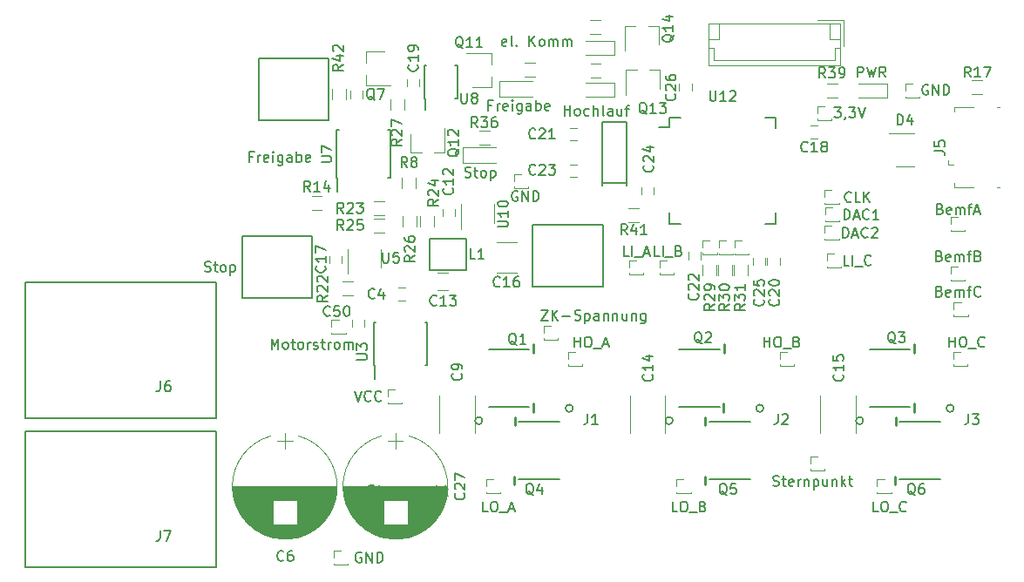
<source format=gto>
G04 #@! TF.FileFunction,Legend,Top*
%FSLAX46Y46*%
G04 Gerber Fmt 4.6, Leading zero omitted, Abs format (unit mm)*
G04 Created by KiCad (PCBNEW 4.0.7) date Mon Jul  2 20:53:10 2018*
%MOMM*%
%LPD*%
G01*
G04 APERTURE LIST*
%ADD10C,0.100000*%
%ADD11C,0.200000*%
%ADD12C,0.150000*%
%ADD13C,0.120000*%
%ADD14C,0.250000*%
G04 APERTURE END LIST*
D10*
D11*
X190992309Y-44092762D02*
X191135166Y-44140381D01*
X191373262Y-44140381D01*
X191468500Y-44092762D01*
X191516119Y-44045143D01*
X191563738Y-43949905D01*
X191563738Y-43854667D01*
X191516119Y-43759429D01*
X191468500Y-43711810D01*
X191373262Y-43664190D01*
X191182785Y-43616571D01*
X191087547Y-43568952D01*
X191039928Y-43521333D01*
X190992309Y-43426095D01*
X190992309Y-43330857D01*
X191039928Y-43235619D01*
X191087547Y-43188000D01*
X191182785Y-43140381D01*
X191420881Y-43140381D01*
X191563738Y-43188000D01*
X191849452Y-43473714D02*
X192230404Y-43473714D01*
X191992309Y-43140381D02*
X191992309Y-43997524D01*
X192039928Y-44092762D01*
X192135166Y-44140381D01*
X192230404Y-44140381D01*
X192706595Y-44140381D02*
X192611357Y-44092762D01*
X192563738Y-44045143D01*
X192516119Y-43949905D01*
X192516119Y-43664190D01*
X192563738Y-43568952D01*
X192611357Y-43521333D01*
X192706595Y-43473714D01*
X192849453Y-43473714D01*
X192944691Y-43521333D01*
X192992310Y-43568952D01*
X193039929Y-43664190D01*
X193039929Y-43949905D01*
X192992310Y-44045143D01*
X192944691Y-44092762D01*
X192849453Y-44140381D01*
X192706595Y-44140381D01*
X193468500Y-43473714D02*
X193468500Y-44473714D01*
X193468500Y-43521333D02*
X193563738Y-43473714D01*
X193754215Y-43473714D01*
X193849453Y-43521333D01*
X193897072Y-43568952D01*
X193944691Y-43664190D01*
X193944691Y-43949905D01*
X193897072Y-44045143D01*
X193849453Y-44092762D01*
X193754215Y-44140381D01*
X193563738Y-44140381D01*
X193468500Y-44092762D01*
X223695262Y-47839381D02*
X224361929Y-47839381D01*
X223695262Y-48839381D01*
X224361929Y-48839381D01*
X224742881Y-48839381D02*
X224742881Y-47839381D01*
X225314310Y-48839381D02*
X224885738Y-48267952D01*
X225314310Y-47839381D02*
X224742881Y-48410810D01*
X225742881Y-48458429D02*
X226504786Y-48458429D01*
X226933357Y-48791762D02*
X227076214Y-48839381D01*
X227314310Y-48839381D01*
X227409548Y-48791762D01*
X227457167Y-48744143D01*
X227504786Y-48648905D01*
X227504786Y-48553667D01*
X227457167Y-48458429D01*
X227409548Y-48410810D01*
X227314310Y-48363190D01*
X227123833Y-48315571D01*
X227028595Y-48267952D01*
X226980976Y-48220333D01*
X226933357Y-48125095D01*
X226933357Y-48029857D01*
X226980976Y-47934619D01*
X227028595Y-47887000D01*
X227123833Y-47839381D01*
X227361929Y-47839381D01*
X227504786Y-47887000D01*
X227933357Y-48172714D02*
X227933357Y-49172714D01*
X227933357Y-48220333D02*
X228028595Y-48172714D01*
X228219072Y-48172714D01*
X228314310Y-48220333D01*
X228361929Y-48267952D01*
X228409548Y-48363190D01*
X228409548Y-48648905D01*
X228361929Y-48744143D01*
X228314310Y-48791762D01*
X228219072Y-48839381D01*
X228028595Y-48839381D01*
X227933357Y-48791762D01*
X229266691Y-48839381D02*
X229266691Y-48315571D01*
X229219072Y-48220333D01*
X229123834Y-48172714D01*
X228933357Y-48172714D01*
X228838119Y-48220333D01*
X229266691Y-48791762D02*
X229171453Y-48839381D01*
X228933357Y-48839381D01*
X228838119Y-48791762D01*
X228790500Y-48696524D01*
X228790500Y-48601286D01*
X228838119Y-48506048D01*
X228933357Y-48458429D01*
X229171453Y-48458429D01*
X229266691Y-48410810D01*
X229742881Y-48172714D02*
X229742881Y-48839381D01*
X229742881Y-48267952D02*
X229790500Y-48220333D01*
X229885738Y-48172714D01*
X230028596Y-48172714D01*
X230123834Y-48220333D01*
X230171453Y-48315571D01*
X230171453Y-48839381D01*
X230647643Y-48172714D02*
X230647643Y-48839381D01*
X230647643Y-48267952D02*
X230695262Y-48220333D01*
X230790500Y-48172714D01*
X230933358Y-48172714D01*
X231028596Y-48220333D01*
X231076215Y-48315571D01*
X231076215Y-48839381D01*
X231980977Y-48172714D02*
X231980977Y-48839381D01*
X231552405Y-48172714D02*
X231552405Y-48696524D01*
X231600024Y-48791762D01*
X231695262Y-48839381D01*
X231838120Y-48839381D01*
X231933358Y-48791762D01*
X231980977Y-48744143D01*
X232457167Y-48172714D02*
X232457167Y-48839381D01*
X232457167Y-48267952D02*
X232504786Y-48220333D01*
X232600024Y-48172714D01*
X232742882Y-48172714D01*
X232838120Y-48220333D01*
X232885739Y-48315571D01*
X232885739Y-48839381D01*
X233790501Y-48172714D02*
X233790501Y-48982238D01*
X233742882Y-49077476D01*
X233695263Y-49125095D01*
X233600024Y-49172714D01*
X233457167Y-49172714D01*
X233361929Y-49125095D01*
X233790501Y-48791762D02*
X233695263Y-48839381D01*
X233504786Y-48839381D01*
X233409548Y-48791762D01*
X233361929Y-48744143D01*
X233314310Y-48648905D01*
X233314310Y-48363190D01*
X233361929Y-48267952D01*
X233409548Y-48220333D01*
X233504786Y-48172714D01*
X233695263Y-48172714D01*
X233790501Y-48220333D01*
X254416667Y-25202381D02*
X254416667Y-24202381D01*
X254797620Y-24202381D01*
X254892858Y-24250000D01*
X254940477Y-24297619D01*
X254988096Y-24392857D01*
X254988096Y-24535714D01*
X254940477Y-24630952D01*
X254892858Y-24678571D01*
X254797620Y-24726190D01*
X254416667Y-24726190D01*
X255321429Y-24202381D02*
X255559524Y-25202381D01*
X255750001Y-24488095D01*
X255940477Y-25202381D01*
X256178572Y-24202381D01*
X257130953Y-25202381D02*
X256797619Y-24726190D01*
X256559524Y-25202381D02*
X256559524Y-24202381D01*
X256940477Y-24202381D01*
X257035715Y-24250000D01*
X257083334Y-24297619D01*
X257130953Y-24392857D01*
X257130953Y-24535714D01*
X257083334Y-24630952D01*
X257035715Y-24678571D01*
X256940477Y-24726190D01*
X256559524Y-24726190D01*
X220273810Y-22154762D02*
X220178572Y-22202381D01*
X219988095Y-22202381D01*
X219892857Y-22154762D01*
X219845238Y-22059524D01*
X219845238Y-21678571D01*
X219892857Y-21583333D01*
X219988095Y-21535714D01*
X220178572Y-21535714D01*
X220273810Y-21583333D01*
X220321429Y-21678571D01*
X220321429Y-21773810D01*
X219845238Y-21869048D01*
X220892857Y-22202381D02*
X220797619Y-22154762D01*
X220750000Y-22059524D01*
X220750000Y-21202381D01*
X221273810Y-22107143D02*
X221321429Y-22154762D01*
X221273810Y-22202381D01*
X221226191Y-22154762D01*
X221273810Y-22107143D01*
X221273810Y-22202381D01*
X222511905Y-22202381D02*
X222511905Y-21202381D01*
X223083334Y-22202381D02*
X222654762Y-21630952D01*
X223083334Y-21202381D02*
X222511905Y-21773810D01*
X223654762Y-22202381D02*
X223559524Y-22154762D01*
X223511905Y-22107143D01*
X223464286Y-22011905D01*
X223464286Y-21726190D01*
X223511905Y-21630952D01*
X223559524Y-21583333D01*
X223654762Y-21535714D01*
X223797620Y-21535714D01*
X223892858Y-21583333D01*
X223940477Y-21630952D01*
X223988096Y-21726190D01*
X223988096Y-22011905D01*
X223940477Y-22107143D01*
X223892858Y-22154762D01*
X223797620Y-22202381D01*
X223654762Y-22202381D01*
X224416667Y-22202381D02*
X224416667Y-21535714D01*
X224416667Y-21630952D02*
X224464286Y-21583333D01*
X224559524Y-21535714D01*
X224702382Y-21535714D01*
X224797620Y-21583333D01*
X224845239Y-21678571D01*
X224845239Y-22202381D01*
X224845239Y-21678571D02*
X224892858Y-21583333D01*
X224988096Y-21535714D01*
X225130953Y-21535714D01*
X225226191Y-21583333D01*
X225273810Y-21678571D01*
X225273810Y-22202381D01*
X225750000Y-22202381D02*
X225750000Y-21535714D01*
X225750000Y-21630952D02*
X225797619Y-21583333D01*
X225892857Y-21535714D01*
X226035715Y-21535714D01*
X226130953Y-21583333D01*
X226178572Y-21678571D01*
X226178572Y-22202381D01*
X226178572Y-21678571D02*
X226226191Y-21583333D01*
X226321429Y-21535714D01*
X226464286Y-21535714D01*
X226559524Y-21583333D01*
X226607143Y-21678571D01*
X226607143Y-22202381D01*
X225928571Y-28952381D02*
X225928571Y-27952381D01*
X225928571Y-28428571D02*
X226500000Y-28428571D01*
X226500000Y-28952381D02*
X226500000Y-27952381D01*
X227119047Y-28952381D02*
X227023809Y-28904762D01*
X226976190Y-28857143D01*
X226928571Y-28761905D01*
X226928571Y-28476190D01*
X226976190Y-28380952D01*
X227023809Y-28333333D01*
X227119047Y-28285714D01*
X227261905Y-28285714D01*
X227357143Y-28333333D01*
X227404762Y-28380952D01*
X227452381Y-28476190D01*
X227452381Y-28761905D01*
X227404762Y-28857143D01*
X227357143Y-28904762D01*
X227261905Y-28952381D01*
X227119047Y-28952381D01*
X228309524Y-28904762D02*
X228214286Y-28952381D01*
X228023809Y-28952381D01*
X227928571Y-28904762D01*
X227880952Y-28857143D01*
X227833333Y-28761905D01*
X227833333Y-28476190D01*
X227880952Y-28380952D01*
X227928571Y-28333333D01*
X228023809Y-28285714D01*
X228214286Y-28285714D01*
X228309524Y-28333333D01*
X228738095Y-28952381D02*
X228738095Y-27952381D01*
X229166667Y-28952381D02*
X229166667Y-28428571D01*
X229119048Y-28333333D01*
X229023810Y-28285714D01*
X228880952Y-28285714D01*
X228785714Y-28333333D01*
X228738095Y-28380952D01*
X229785714Y-28952381D02*
X229690476Y-28904762D01*
X229642857Y-28809524D01*
X229642857Y-27952381D01*
X230595239Y-28952381D02*
X230595239Y-28428571D01*
X230547620Y-28333333D01*
X230452382Y-28285714D01*
X230261905Y-28285714D01*
X230166667Y-28333333D01*
X230595239Y-28904762D02*
X230500001Y-28952381D01*
X230261905Y-28952381D01*
X230166667Y-28904762D01*
X230119048Y-28809524D01*
X230119048Y-28714286D01*
X230166667Y-28619048D01*
X230261905Y-28571429D01*
X230500001Y-28571429D01*
X230595239Y-28523810D01*
X231500001Y-28285714D02*
X231500001Y-28952381D01*
X231071429Y-28285714D02*
X231071429Y-28809524D01*
X231119048Y-28904762D01*
X231214286Y-28952381D01*
X231357144Y-28952381D01*
X231452382Y-28904762D01*
X231500001Y-28857143D01*
X231833334Y-28285714D02*
X232214286Y-28285714D01*
X231976191Y-28952381D02*
X231976191Y-28095238D01*
X232023810Y-28000000D01*
X232119048Y-27952381D01*
X232214286Y-27952381D01*
X195630953Y-32928571D02*
X195297619Y-32928571D01*
X195297619Y-33452381D02*
X195297619Y-32452381D01*
X195773810Y-32452381D01*
X196154762Y-33452381D02*
X196154762Y-32785714D01*
X196154762Y-32976190D02*
X196202381Y-32880952D01*
X196250000Y-32833333D01*
X196345238Y-32785714D01*
X196440477Y-32785714D01*
X197154763Y-33404762D02*
X197059525Y-33452381D01*
X196869048Y-33452381D01*
X196773810Y-33404762D01*
X196726191Y-33309524D01*
X196726191Y-32928571D01*
X196773810Y-32833333D01*
X196869048Y-32785714D01*
X197059525Y-32785714D01*
X197154763Y-32833333D01*
X197202382Y-32928571D01*
X197202382Y-33023810D01*
X196726191Y-33119048D01*
X197630953Y-33452381D02*
X197630953Y-32785714D01*
X197630953Y-32452381D02*
X197583334Y-32500000D01*
X197630953Y-32547619D01*
X197678572Y-32500000D01*
X197630953Y-32452381D01*
X197630953Y-32547619D01*
X198535715Y-32785714D02*
X198535715Y-33595238D01*
X198488096Y-33690476D01*
X198440477Y-33738095D01*
X198345238Y-33785714D01*
X198202381Y-33785714D01*
X198107143Y-33738095D01*
X198535715Y-33404762D02*
X198440477Y-33452381D01*
X198250000Y-33452381D01*
X198154762Y-33404762D01*
X198107143Y-33357143D01*
X198059524Y-33261905D01*
X198059524Y-32976190D01*
X198107143Y-32880952D01*
X198154762Y-32833333D01*
X198250000Y-32785714D01*
X198440477Y-32785714D01*
X198535715Y-32833333D01*
X199440477Y-33452381D02*
X199440477Y-32928571D01*
X199392858Y-32833333D01*
X199297620Y-32785714D01*
X199107143Y-32785714D01*
X199011905Y-32833333D01*
X199440477Y-33404762D02*
X199345239Y-33452381D01*
X199107143Y-33452381D01*
X199011905Y-33404762D01*
X198964286Y-33309524D01*
X198964286Y-33214286D01*
X199011905Y-33119048D01*
X199107143Y-33071429D01*
X199345239Y-33071429D01*
X199440477Y-33023810D01*
X199916667Y-33452381D02*
X199916667Y-32452381D01*
X199916667Y-32833333D02*
X200011905Y-32785714D01*
X200202382Y-32785714D01*
X200297620Y-32833333D01*
X200345239Y-32880952D01*
X200392858Y-32976190D01*
X200392858Y-33261905D01*
X200345239Y-33357143D01*
X200297620Y-33404762D01*
X200202382Y-33452381D01*
X200011905Y-33452381D01*
X199916667Y-33404762D01*
X201202382Y-33404762D02*
X201107144Y-33452381D01*
X200916667Y-33452381D01*
X200821429Y-33404762D01*
X200773810Y-33309524D01*
X200773810Y-32928571D01*
X200821429Y-32833333D01*
X200916667Y-32785714D01*
X201107144Y-32785714D01*
X201202382Y-32833333D01*
X201250001Y-32928571D01*
X201250001Y-33023810D01*
X200773810Y-33119048D01*
X216273809Y-34904762D02*
X216416666Y-34952381D01*
X216654762Y-34952381D01*
X216750000Y-34904762D01*
X216797619Y-34857143D01*
X216845238Y-34761905D01*
X216845238Y-34666667D01*
X216797619Y-34571429D01*
X216750000Y-34523810D01*
X216654762Y-34476190D01*
X216464285Y-34428571D01*
X216369047Y-34380952D01*
X216321428Y-34333333D01*
X216273809Y-34238095D01*
X216273809Y-34142857D01*
X216321428Y-34047619D01*
X216369047Y-34000000D01*
X216464285Y-33952381D01*
X216702381Y-33952381D01*
X216845238Y-34000000D01*
X217130952Y-34285714D02*
X217511904Y-34285714D01*
X217273809Y-33952381D02*
X217273809Y-34809524D01*
X217321428Y-34904762D01*
X217416666Y-34952381D01*
X217511904Y-34952381D01*
X217988095Y-34952381D02*
X217892857Y-34904762D01*
X217845238Y-34857143D01*
X217797619Y-34761905D01*
X217797619Y-34476190D01*
X217845238Y-34380952D01*
X217892857Y-34333333D01*
X217988095Y-34285714D01*
X218130953Y-34285714D01*
X218226191Y-34333333D01*
X218273810Y-34380952D01*
X218321429Y-34476190D01*
X218321429Y-34761905D01*
X218273810Y-34857143D01*
X218226191Y-34904762D01*
X218130953Y-34952381D01*
X217988095Y-34952381D01*
X218750000Y-34285714D02*
X218750000Y-35285714D01*
X218750000Y-34333333D02*
X218845238Y-34285714D01*
X219035715Y-34285714D01*
X219130953Y-34333333D01*
X219178572Y-34380952D01*
X219226191Y-34476190D01*
X219226191Y-34761905D01*
X219178572Y-34857143D01*
X219130953Y-34904762D01*
X219035715Y-34952381D01*
X218845238Y-34952381D01*
X218750000Y-34904762D01*
X218880953Y-27928571D02*
X218547619Y-27928571D01*
X218547619Y-28452381D02*
X218547619Y-27452381D01*
X219023810Y-27452381D01*
X219404762Y-28452381D02*
X219404762Y-27785714D01*
X219404762Y-27976190D02*
X219452381Y-27880952D01*
X219500000Y-27833333D01*
X219595238Y-27785714D01*
X219690477Y-27785714D01*
X220404763Y-28404762D02*
X220309525Y-28452381D01*
X220119048Y-28452381D01*
X220023810Y-28404762D01*
X219976191Y-28309524D01*
X219976191Y-27928571D01*
X220023810Y-27833333D01*
X220119048Y-27785714D01*
X220309525Y-27785714D01*
X220404763Y-27833333D01*
X220452382Y-27928571D01*
X220452382Y-28023810D01*
X219976191Y-28119048D01*
X220880953Y-28452381D02*
X220880953Y-27785714D01*
X220880953Y-27452381D02*
X220833334Y-27500000D01*
X220880953Y-27547619D01*
X220928572Y-27500000D01*
X220880953Y-27452381D01*
X220880953Y-27547619D01*
X221785715Y-27785714D02*
X221785715Y-28595238D01*
X221738096Y-28690476D01*
X221690477Y-28738095D01*
X221595238Y-28785714D01*
X221452381Y-28785714D01*
X221357143Y-28738095D01*
X221785715Y-28404762D02*
X221690477Y-28452381D01*
X221500000Y-28452381D01*
X221404762Y-28404762D01*
X221357143Y-28357143D01*
X221309524Y-28261905D01*
X221309524Y-27976190D01*
X221357143Y-27880952D01*
X221404762Y-27833333D01*
X221500000Y-27785714D01*
X221690477Y-27785714D01*
X221785715Y-27833333D01*
X222690477Y-28452381D02*
X222690477Y-27928571D01*
X222642858Y-27833333D01*
X222547620Y-27785714D01*
X222357143Y-27785714D01*
X222261905Y-27833333D01*
X222690477Y-28404762D02*
X222595239Y-28452381D01*
X222357143Y-28452381D01*
X222261905Y-28404762D01*
X222214286Y-28309524D01*
X222214286Y-28214286D01*
X222261905Y-28119048D01*
X222357143Y-28071429D01*
X222595239Y-28071429D01*
X222690477Y-28023810D01*
X223166667Y-28452381D02*
X223166667Y-27452381D01*
X223166667Y-27833333D02*
X223261905Y-27785714D01*
X223452382Y-27785714D01*
X223547620Y-27833333D01*
X223595239Y-27880952D01*
X223642858Y-27976190D01*
X223642858Y-28261905D01*
X223595239Y-28357143D01*
X223547620Y-28404762D01*
X223452382Y-28452381D01*
X223261905Y-28452381D01*
X223166667Y-28404762D01*
X224452382Y-28404762D02*
X224357144Y-28452381D01*
X224166667Y-28452381D01*
X224071429Y-28404762D01*
X224023810Y-28309524D01*
X224023810Y-27928571D01*
X224071429Y-27833333D01*
X224166667Y-27785714D01*
X224357144Y-27785714D01*
X224452382Y-27833333D01*
X224500001Y-27928571D01*
X224500001Y-28023810D01*
X224023810Y-28119048D01*
X246190475Y-64904762D02*
X246333332Y-64952381D01*
X246571428Y-64952381D01*
X246666666Y-64904762D01*
X246714285Y-64857143D01*
X246761904Y-64761905D01*
X246761904Y-64666667D01*
X246714285Y-64571429D01*
X246666666Y-64523810D01*
X246571428Y-64476190D01*
X246380951Y-64428571D01*
X246285713Y-64380952D01*
X246238094Y-64333333D01*
X246190475Y-64238095D01*
X246190475Y-64142857D01*
X246238094Y-64047619D01*
X246285713Y-64000000D01*
X246380951Y-63952381D01*
X246619047Y-63952381D01*
X246761904Y-64000000D01*
X247047618Y-64285714D02*
X247428570Y-64285714D01*
X247190475Y-63952381D02*
X247190475Y-64809524D01*
X247238094Y-64904762D01*
X247333332Y-64952381D01*
X247428570Y-64952381D01*
X248142857Y-64904762D02*
X248047619Y-64952381D01*
X247857142Y-64952381D01*
X247761904Y-64904762D01*
X247714285Y-64809524D01*
X247714285Y-64428571D01*
X247761904Y-64333333D01*
X247857142Y-64285714D01*
X248047619Y-64285714D01*
X248142857Y-64333333D01*
X248190476Y-64428571D01*
X248190476Y-64523810D01*
X247714285Y-64619048D01*
X248619047Y-64952381D02*
X248619047Y-64285714D01*
X248619047Y-64476190D02*
X248666666Y-64380952D01*
X248714285Y-64333333D01*
X248809523Y-64285714D01*
X248904762Y-64285714D01*
X249238095Y-64285714D02*
X249238095Y-64952381D01*
X249238095Y-64380952D02*
X249285714Y-64333333D01*
X249380952Y-64285714D01*
X249523810Y-64285714D01*
X249619048Y-64333333D01*
X249666667Y-64428571D01*
X249666667Y-64952381D01*
X250142857Y-64285714D02*
X250142857Y-65285714D01*
X250142857Y-64333333D02*
X250238095Y-64285714D01*
X250428572Y-64285714D01*
X250523810Y-64333333D01*
X250571429Y-64380952D01*
X250619048Y-64476190D01*
X250619048Y-64761905D01*
X250571429Y-64857143D01*
X250523810Y-64904762D01*
X250428572Y-64952381D01*
X250238095Y-64952381D01*
X250142857Y-64904762D01*
X251476191Y-64285714D02*
X251476191Y-64952381D01*
X251047619Y-64285714D02*
X251047619Y-64809524D01*
X251095238Y-64904762D01*
X251190476Y-64952381D01*
X251333334Y-64952381D01*
X251428572Y-64904762D01*
X251476191Y-64857143D01*
X251952381Y-64285714D02*
X251952381Y-64952381D01*
X251952381Y-64380952D02*
X252000000Y-64333333D01*
X252095238Y-64285714D01*
X252238096Y-64285714D01*
X252333334Y-64333333D01*
X252380953Y-64428571D01*
X252380953Y-64952381D01*
X252857143Y-64952381D02*
X252857143Y-63952381D01*
X252952381Y-64571429D02*
X253238096Y-64952381D01*
X253238096Y-64285714D02*
X252857143Y-64666667D01*
X253523810Y-64285714D02*
X253904762Y-64285714D01*
X253666667Y-63952381D02*
X253666667Y-64809524D01*
X253714286Y-64904762D01*
X253809524Y-64952381D01*
X253904762Y-64952381D01*
X261238096Y-26000000D02*
X261142858Y-25952381D01*
X261000001Y-25952381D01*
X260857143Y-26000000D01*
X260761905Y-26095238D01*
X260714286Y-26190476D01*
X260666667Y-26380952D01*
X260666667Y-26523810D01*
X260714286Y-26714286D01*
X260761905Y-26809524D01*
X260857143Y-26904762D01*
X261000001Y-26952381D01*
X261095239Y-26952381D01*
X261238096Y-26904762D01*
X261285715Y-26857143D01*
X261285715Y-26523810D01*
X261095239Y-26523810D01*
X261714286Y-26952381D02*
X261714286Y-25952381D01*
X262285715Y-26952381D01*
X262285715Y-25952381D01*
X262761905Y-26952381D02*
X262761905Y-25952381D01*
X263000000Y-25952381D01*
X263142858Y-26000000D01*
X263238096Y-26095238D01*
X263285715Y-26190476D01*
X263333334Y-26380952D01*
X263333334Y-26523810D01*
X263285715Y-26714286D01*
X263238096Y-26809524D01*
X263142858Y-26904762D01*
X263000000Y-26952381D01*
X262761905Y-26952381D01*
X221361096Y-36330000D02*
X221265858Y-36282381D01*
X221123001Y-36282381D01*
X220980143Y-36330000D01*
X220884905Y-36425238D01*
X220837286Y-36520476D01*
X220789667Y-36710952D01*
X220789667Y-36853810D01*
X220837286Y-37044286D01*
X220884905Y-37139524D01*
X220980143Y-37234762D01*
X221123001Y-37282381D01*
X221218239Y-37282381D01*
X221361096Y-37234762D01*
X221408715Y-37187143D01*
X221408715Y-36853810D01*
X221218239Y-36853810D01*
X221837286Y-37282381D02*
X221837286Y-36282381D01*
X222408715Y-37282381D01*
X222408715Y-36282381D01*
X222884905Y-37282381D02*
X222884905Y-36282381D01*
X223123000Y-36282381D01*
X223265858Y-36330000D01*
X223361096Y-36425238D01*
X223408715Y-36520476D01*
X223456334Y-36710952D01*
X223456334Y-36853810D01*
X223408715Y-37044286D01*
X223361096Y-37139524D01*
X223265858Y-37234762D01*
X223123000Y-37282381D01*
X222884905Y-37282381D01*
X205549667Y-55713381D02*
X205883000Y-56713381D01*
X206216334Y-55713381D01*
X207121096Y-56618143D02*
X207073477Y-56665762D01*
X206930620Y-56713381D01*
X206835382Y-56713381D01*
X206692524Y-56665762D01*
X206597286Y-56570524D01*
X206549667Y-56475286D01*
X206502048Y-56284810D01*
X206502048Y-56141952D01*
X206549667Y-55951476D01*
X206597286Y-55856238D01*
X206692524Y-55761000D01*
X206835382Y-55713381D01*
X206930620Y-55713381D01*
X207073477Y-55761000D01*
X207121096Y-55808619D01*
X208121096Y-56618143D02*
X208073477Y-56665762D01*
X207930620Y-56713381D01*
X207835382Y-56713381D01*
X207692524Y-56665762D01*
X207597286Y-56570524D01*
X207549667Y-56475286D01*
X207502048Y-56284810D01*
X207502048Y-56141952D01*
X207549667Y-55951476D01*
X207597286Y-55856238D01*
X207692524Y-55761000D01*
X207835382Y-55713381D01*
X207930620Y-55713381D01*
X208073477Y-55761000D01*
X208121096Y-55808619D01*
X206188096Y-71425000D02*
X206092858Y-71377381D01*
X205950001Y-71377381D01*
X205807143Y-71425000D01*
X205711905Y-71520238D01*
X205664286Y-71615476D01*
X205616667Y-71805952D01*
X205616667Y-71948810D01*
X205664286Y-72139286D01*
X205711905Y-72234524D01*
X205807143Y-72329762D01*
X205950001Y-72377381D01*
X206045239Y-72377381D01*
X206188096Y-72329762D01*
X206235715Y-72282143D01*
X206235715Y-71948810D01*
X206045239Y-71948810D01*
X206664286Y-72377381D02*
X206664286Y-71377381D01*
X207235715Y-72377381D01*
X207235715Y-71377381D01*
X207711905Y-72377381D02*
X207711905Y-71377381D01*
X207950000Y-71377381D01*
X208092858Y-71425000D01*
X208188096Y-71520238D01*
X208235715Y-71615476D01*
X208283334Y-71805952D01*
X208283334Y-71948810D01*
X208235715Y-72139286D01*
X208188096Y-72234524D01*
X208092858Y-72329762D01*
X207950000Y-72377381D01*
X207711905Y-72377381D01*
X252142810Y-28154381D02*
X252761858Y-28154381D01*
X252428524Y-28535333D01*
X252571382Y-28535333D01*
X252666620Y-28582952D01*
X252714239Y-28630571D01*
X252761858Y-28725810D01*
X252761858Y-28963905D01*
X252714239Y-29059143D01*
X252666620Y-29106762D01*
X252571382Y-29154381D01*
X252285667Y-29154381D01*
X252190429Y-29106762D01*
X252142810Y-29059143D01*
X253238048Y-29106762D02*
X253238048Y-29154381D01*
X253190429Y-29249619D01*
X253142810Y-29297238D01*
X253571381Y-28154381D02*
X254190429Y-28154381D01*
X253857095Y-28535333D01*
X253999953Y-28535333D01*
X254095191Y-28582952D01*
X254142810Y-28630571D01*
X254190429Y-28725810D01*
X254190429Y-28963905D01*
X254142810Y-29059143D01*
X254095191Y-29106762D01*
X253999953Y-29154381D01*
X253714238Y-29154381D01*
X253619000Y-29106762D01*
X253571381Y-29059143D01*
X254476143Y-28154381D02*
X254809476Y-29154381D01*
X255142810Y-28154381D01*
X235156477Y-42616381D02*
X234680286Y-42616381D01*
X234680286Y-41616381D01*
X235489810Y-42616381D02*
X235489810Y-41616381D01*
X235727905Y-42711619D02*
X236489810Y-42711619D01*
X237061239Y-42092571D02*
X237204096Y-42140190D01*
X237251715Y-42187810D01*
X237299334Y-42283048D01*
X237299334Y-42425905D01*
X237251715Y-42521143D01*
X237204096Y-42568762D01*
X237108858Y-42616381D01*
X236727905Y-42616381D01*
X236727905Y-41616381D01*
X237061239Y-41616381D01*
X237156477Y-41664000D01*
X237204096Y-41711619D01*
X237251715Y-41806857D01*
X237251715Y-41902095D01*
X237204096Y-41997333D01*
X237156477Y-42044952D01*
X237061239Y-42092571D01*
X236727905Y-42092571D01*
X232179905Y-42616381D02*
X231703714Y-42616381D01*
X231703714Y-41616381D01*
X232513238Y-42616381D02*
X232513238Y-41616381D01*
X232751333Y-42711619D02*
X233513238Y-42711619D01*
X233703714Y-42330667D02*
X234179905Y-42330667D01*
X233608476Y-42616381D02*
X233941809Y-41616381D01*
X234275143Y-42616381D01*
X206883475Y-65809762D02*
X207026332Y-65857381D01*
X207264428Y-65857381D01*
X207359666Y-65809762D01*
X207407285Y-65762143D01*
X207454904Y-65666905D01*
X207454904Y-65571667D01*
X207407285Y-65476429D01*
X207359666Y-65428810D01*
X207264428Y-65381190D01*
X207073951Y-65333571D01*
X206978713Y-65285952D01*
X206931094Y-65238333D01*
X206883475Y-65143095D01*
X206883475Y-65047857D01*
X206931094Y-64952619D01*
X206978713Y-64905000D01*
X207073951Y-64857381D01*
X207312047Y-64857381D01*
X207454904Y-64905000D01*
X207740618Y-65190714D02*
X208121570Y-65190714D01*
X207883475Y-64857381D02*
X207883475Y-65714524D01*
X207931094Y-65809762D01*
X208026332Y-65857381D01*
X208121570Y-65857381D01*
X208835857Y-65809762D02*
X208740619Y-65857381D01*
X208550142Y-65857381D01*
X208454904Y-65809762D01*
X208407285Y-65714524D01*
X208407285Y-65333571D01*
X208454904Y-65238333D01*
X208550142Y-65190714D01*
X208740619Y-65190714D01*
X208835857Y-65238333D01*
X208883476Y-65333571D01*
X208883476Y-65428810D01*
X208407285Y-65524048D01*
X209312047Y-65857381D02*
X209312047Y-65190714D01*
X209312047Y-65381190D02*
X209359666Y-65285952D01*
X209407285Y-65238333D01*
X209502523Y-65190714D01*
X209597762Y-65190714D01*
X209931095Y-65190714D02*
X209931095Y-65857381D01*
X209931095Y-65285952D02*
X209978714Y-65238333D01*
X210073952Y-65190714D01*
X210216810Y-65190714D01*
X210312048Y-65238333D01*
X210359667Y-65333571D01*
X210359667Y-65857381D01*
X210835857Y-65190714D02*
X210835857Y-66190714D01*
X210835857Y-65238333D02*
X210931095Y-65190714D01*
X211121572Y-65190714D01*
X211216810Y-65238333D01*
X211264429Y-65285952D01*
X211312048Y-65381190D01*
X211312048Y-65666905D01*
X211264429Y-65762143D01*
X211216810Y-65809762D01*
X211121572Y-65857381D01*
X210931095Y-65857381D01*
X210835857Y-65809762D01*
X212169191Y-65190714D02*
X212169191Y-65857381D01*
X211740619Y-65190714D02*
X211740619Y-65714524D01*
X211788238Y-65809762D01*
X211883476Y-65857381D01*
X212026334Y-65857381D01*
X212121572Y-65809762D01*
X212169191Y-65762143D01*
X212645381Y-65190714D02*
X212645381Y-65857381D01*
X212645381Y-65285952D02*
X212693000Y-65238333D01*
X212788238Y-65190714D01*
X212931096Y-65190714D01*
X213026334Y-65238333D01*
X213073953Y-65333571D01*
X213073953Y-65857381D01*
X213550143Y-65857381D02*
X213550143Y-64857381D01*
X213645381Y-65476429D02*
X213931096Y-65857381D01*
X213931096Y-65190714D02*
X213550143Y-65571667D01*
X214216810Y-65190714D02*
X214597762Y-65190714D01*
X214359667Y-64857381D02*
X214359667Y-65714524D01*
X214407286Y-65809762D01*
X214502524Y-65857381D01*
X214597762Y-65857381D01*
X262350477Y-46029571D02*
X262493334Y-46077190D01*
X262540953Y-46124810D01*
X262588572Y-46220048D01*
X262588572Y-46362905D01*
X262540953Y-46458143D01*
X262493334Y-46505762D01*
X262398096Y-46553381D01*
X262017143Y-46553381D01*
X262017143Y-45553381D01*
X262350477Y-45553381D01*
X262445715Y-45601000D01*
X262493334Y-45648619D01*
X262540953Y-45743857D01*
X262540953Y-45839095D01*
X262493334Y-45934333D01*
X262445715Y-45981952D01*
X262350477Y-46029571D01*
X262017143Y-46029571D01*
X263398096Y-46505762D02*
X263302858Y-46553381D01*
X263112381Y-46553381D01*
X263017143Y-46505762D01*
X262969524Y-46410524D01*
X262969524Y-46029571D01*
X263017143Y-45934333D01*
X263112381Y-45886714D01*
X263302858Y-45886714D01*
X263398096Y-45934333D01*
X263445715Y-46029571D01*
X263445715Y-46124810D01*
X262969524Y-46220048D01*
X263874286Y-46553381D02*
X263874286Y-45886714D01*
X263874286Y-45981952D02*
X263921905Y-45934333D01*
X264017143Y-45886714D01*
X264160001Y-45886714D01*
X264255239Y-45934333D01*
X264302858Y-46029571D01*
X264302858Y-46553381D01*
X264302858Y-46029571D02*
X264350477Y-45934333D01*
X264445715Y-45886714D01*
X264588572Y-45886714D01*
X264683810Y-45934333D01*
X264731429Y-46029571D01*
X264731429Y-46553381D01*
X265064762Y-45886714D02*
X265445714Y-45886714D01*
X265207619Y-46553381D02*
X265207619Y-45696238D01*
X265255238Y-45601000D01*
X265350476Y-45553381D01*
X265445714Y-45553381D01*
X266350477Y-46458143D02*
X266302858Y-46505762D01*
X266160001Y-46553381D01*
X266064763Y-46553381D01*
X265921905Y-46505762D01*
X265826667Y-46410524D01*
X265779048Y-46315286D01*
X265731429Y-46124810D01*
X265731429Y-45981952D01*
X265779048Y-45791476D01*
X265826667Y-45696238D01*
X265921905Y-45601000D01*
X266064763Y-45553381D01*
X266160001Y-45553381D01*
X266302858Y-45601000D01*
X266350477Y-45648619D01*
X262350477Y-42600571D02*
X262493334Y-42648190D01*
X262540953Y-42695810D01*
X262588572Y-42791048D01*
X262588572Y-42933905D01*
X262540953Y-43029143D01*
X262493334Y-43076762D01*
X262398096Y-43124381D01*
X262017143Y-43124381D01*
X262017143Y-42124381D01*
X262350477Y-42124381D01*
X262445715Y-42172000D01*
X262493334Y-42219619D01*
X262540953Y-42314857D01*
X262540953Y-42410095D01*
X262493334Y-42505333D01*
X262445715Y-42552952D01*
X262350477Y-42600571D01*
X262017143Y-42600571D01*
X263398096Y-43076762D02*
X263302858Y-43124381D01*
X263112381Y-43124381D01*
X263017143Y-43076762D01*
X262969524Y-42981524D01*
X262969524Y-42600571D01*
X263017143Y-42505333D01*
X263112381Y-42457714D01*
X263302858Y-42457714D01*
X263398096Y-42505333D01*
X263445715Y-42600571D01*
X263445715Y-42695810D01*
X262969524Y-42791048D01*
X263874286Y-43124381D02*
X263874286Y-42457714D01*
X263874286Y-42552952D02*
X263921905Y-42505333D01*
X264017143Y-42457714D01*
X264160001Y-42457714D01*
X264255239Y-42505333D01*
X264302858Y-42600571D01*
X264302858Y-43124381D01*
X264302858Y-42600571D02*
X264350477Y-42505333D01*
X264445715Y-42457714D01*
X264588572Y-42457714D01*
X264683810Y-42505333D01*
X264731429Y-42600571D01*
X264731429Y-43124381D01*
X265064762Y-42457714D02*
X265445714Y-42457714D01*
X265207619Y-43124381D02*
X265207619Y-42267238D01*
X265255238Y-42172000D01*
X265350476Y-42124381D01*
X265445714Y-42124381D01*
X266112382Y-42600571D02*
X266255239Y-42648190D01*
X266302858Y-42695810D01*
X266350477Y-42791048D01*
X266350477Y-42933905D01*
X266302858Y-43029143D01*
X266255239Y-43076762D01*
X266160001Y-43124381D01*
X265779048Y-43124381D01*
X265779048Y-42124381D01*
X266112382Y-42124381D01*
X266207620Y-42172000D01*
X266255239Y-42219619D01*
X266302858Y-42314857D01*
X266302858Y-42410095D01*
X266255239Y-42505333D01*
X266207620Y-42552952D01*
X266112382Y-42600571D01*
X265779048Y-42600571D01*
X262421905Y-38028571D02*
X262564762Y-38076190D01*
X262612381Y-38123810D01*
X262660000Y-38219048D01*
X262660000Y-38361905D01*
X262612381Y-38457143D01*
X262564762Y-38504762D01*
X262469524Y-38552381D01*
X262088571Y-38552381D01*
X262088571Y-37552381D01*
X262421905Y-37552381D01*
X262517143Y-37600000D01*
X262564762Y-37647619D01*
X262612381Y-37742857D01*
X262612381Y-37838095D01*
X262564762Y-37933333D01*
X262517143Y-37980952D01*
X262421905Y-38028571D01*
X262088571Y-38028571D01*
X263469524Y-38504762D02*
X263374286Y-38552381D01*
X263183809Y-38552381D01*
X263088571Y-38504762D01*
X263040952Y-38409524D01*
X263040952Y-38028571D01*
X263088571Y-37933333D01*
X263183809Y-37885714D01*
X263374286Y-37885714D01*
X263469524Y-37933333D01*
X263517143Y-38028571D01*
X263517143Y-38123810D01*
X263040952Y-38219048D01*
X263945714Y-38552381D02*
X263945714Y-37885714D01*
X263945714Y-37980952D02*
X263993333Y-37933333D01*
X264088571Y-37885714D01*
X264231429Y-37885714D01*
X264326667Y-37933333D01*
X264374286Y-38028571D01*
X264374286Y-38552381D01*
X264374286Y-38028571D02*
X264421905Y-37933333D01*
X264517143Y-37885714D01*
X264660000Y-37885714D01*
X264755238Y-37933333D01*
X264802857Y-38028571D01*
X264802857Y-38552381D01*
X265136190Y-37885714D02*
X265517142Y-37885714D01*
X265279047Y-38552381D02*
X265279047Y-37695238D01*
X265326666Y-37600000D01*
X265421904Y-37552381D01*
X265517142Y-37552381D01*
X265802857Y-38266667D02*
X266279048Y-38266667D01*
X265707619Y-38552381D02*
X266040952Y-37552381D01*
X266374286Y-38552381D01*
X226880952Y-51452381D02*
X226880952Y-50452381D01*
X226880952Y-50928571D02*
X227452381Y-50928571D01*
X227452381Y-51452381D02*
X227452381Y-50452381D01*
X228119047Y-50452381D02*
X228309524Y-50452381D01*
X228404762Y-50500000D01*
X228500000Y-50595238D01*
X228547619Y-50785714D01*
X228547619Y-51119048D01*
X228500000Y-51309524D01*
X228404762Y-51404762D01*
X228309524Y-51452381D01*
X228119047Y-51452381D01*
X228023809Y-51404762D01*
X227928571Y-51309524D01*
X227880952Y-51119048D01*
X227880952Y-50785714D01*
X227928571Y-50595238D01*
X228023809Y-50500000D01*
X228119047Y-50452381D01*
X228738095Y-51547619D02*
X229500000Y-51547619D01*
X229690476Y-51166667D02*
X230166667Y-51166667D01*
X229595238Y-51452381D02*
X229928571Y-50452381D01*
X230261905Y-51452381D01*
X245309524Y-51452381D02*
X245309524Y-50452381D01*
X245309524Y-50928571D02*
X245880953Y-50928571D01*
X245880953Y-51452381D02*
X245880953Y-50452381D01*
X246547619Y-50452381D02*
X246738096Y-50452381D01*
X246833334Y-50500000D01*
X246928572Y-50595238D01*
X246976191Y-50785714D01*
X246976191Y-51119048D01*
X246928572Y-51309524D01*
X246833334Y-51404762D01*
X246738096Y-51452381D01*
X246547619Y-51452381D01*
X246452381Y-51404762D01*
X246357143Y-51309524D01*
X246309524Y-51119048D01*
X246309524Y-50785714D01*
X246357143Y-50595238D01*
X246452381Y-50500000D01*
X246547619Y-50452381D01*
X247166667Y-51547619D02*
X247928572Y-51547619D01*
X248500001Y-50928571D02*
X248642858Y-50976190D01*
X248690477Y-51023810D01*
X248738096Y-51119048D01*
X248738096Y-51261905D01*
X248690477Y-51357143D01*
X248642858Y-51404762D01*
X248547620Y-51452381D01*
X248166667Y-51452381D01*
X248166667Y-50452381D01*
X248500001Y-50452381D01*
X248595239Y-50500000D01*
X248642858Y-50547619D01*
X248690477Y-50642857D01*
X248690477Y-50738095D01*
X248642858Y-50833333D01*
X248595239Y-50880952D01*
X248500001Y-50928571D01*
X248166667Y-50928571D01*
X263309524Y-51452381D02*
X263309524Y-50452381D01*
X263309524Y-50928571D02*
X263880953Y-50928571D01*
X263880953Y-51452381D02*
X263880953Y-50452381D01*
X264547619Y-50452381D02*
X264738096Y-50452381D01*
X264833334Y-50500000D01*
X264928572Y-50595238D01*
X264976191Y-50785714D01*
X264976191Y-51119048D01*
X264928572Y-51309524D01*
X264833334Y-51404762D01*
X264738096Y-51452381D01*
X264547619Y-51452381D01*
X264452381Y-51404762D01*
X264357143Y-51309524D01*
X264309524Y-51119048D01*
X264309524Y-50785714D01*
X264357143Y-50595238D01*
X264452381Y-50500000D01*
X264547619Y-50452381D01*
X265166667Y-51547619D02*
X265928572Y-51547619D01*
X266738096Y-51357143D02*
X266690477Y-51404762D01*
X266547620Y-51452381D01*
X266452382Y-51452381D01*
X266309524Y-51404762D01*
X266214286Y-51309524D01*
X266166667Y-51214286D01*
X266119048Y-51023810D01*
X266119048Y-50880952D01*
X266166667Y-50690476D01*
X266214286Y-50595238D01*
X266309524Y-50500000D01*
X266452382Y-50452381D01*
X266547620Y-50452381D01*
X266690477Y-50500000D01*
X266738096Y-50547619D01*
X218476191Y-67452381D02*
X218000000Y-67452381D01*
X218000000Y-66452381D01*
X219000000Y-66452381D02*
X219190477Y-66452381D01*
X219285715Y-66500000D01*
X219380953Y-66595238D01*
X219428572Y-66785714D01*
X219428572Y-67119048D01*
X219380953Y-67309524D01*
X219285715Y-67404762D01*
X219190477Y-67452381D01*
X219000000Y-67452381D01*
X218904762Y-67404762D01*
X218809524Y-67309524D01*
X218761905Y-67119048D01*
X218761905Y-66785714D01*
X218809524Y-66595238D01*
X218904762Y-66500000D01*
X219000000Y-66452381D01*
X219619048Y-67547619D02*
X220380953Y-67547619D01*
X220571429Y-67166667D02*
X221047620Y-67166667D01*
X220476191Y-67452381D02*
X220809524Y-66452381D01*
X221142858Y-67452381D01*
X236904762Y-67452381D02*
X236428571Y-67452381D01*
X236428571Y-66452381D01*
X237428571Y-66452381D02*
X237619048Y-66452381D01*
X237714286Y-66500000D01*
X237809524Y-66595238D01*
X237857143Y-66785714D01*
X237857143Y-67119048D01*
X237809524Y-67309524D01*
X237714286Y-67404762D01*
X237619048Y-67452381D01*
X237428571Y-67452381D01*
X237333333Y-67404762D01*
X237238095Y-67309524D01*
X237190476Y-67119048D01*
X237190476Y-66785714D01*
X237238095Y-66595238D01*
X237333333Y-66500000D01*
X237428571Y-66452381D01*
X238047619Y-67547619D02*
X238809524Y-67547619D01*
X239380953Y-66928571D02*
X239523810Y-66976190D01*
X239571429Y-67023810D01*
X239619048Y-67119048D01*
X239619048Y-67261905D01*
X239571429Y-67357143D01*
X239523810Y-67404762D01*
X239428572Y-67452381D01*
X239047619Y-67452381D01*
X239047619Y-66452381D01*
X239380953Y-66452381D01*
X239476191Y-66500000D01*
X239523810Y-66547619D01*
X239571429Y-66642857D01*
X239571429Y-66738095D01*
X239523810Y-66833333D01*
X239476191Y-66880952D01*
X239380953Y-66928571D01*
X239047619Y-66928571D01*
X256404762Y-67452381D02*
X255928571Y-67452381D01*
X255928571Y-66452381D01*
X256928571Y-66452381D02*
X257119048Y-66452381D01*
X257214286Y-66500000D01*
X257309524Y-66595238D01*
X257357143Y-66785714D01*
X257357143Y-67119048D01*
X257309524Y-67309524D01*
X257214286Y-67404762D01*
X257119048Y-67452381D01*
X256928571Y-67452381D01*
X256833333Y-67404762D01*
X256738095Y-67309524D01*
X256690476Y-67119048D01*
X256690476Y-66785714D01*
X256738095Y-66595238D01*
X256833333Y-66500000D01*
X256928571Y-66452381D01*
X257547619Y-67547619D02*
X258309524Y-67547619D01*
X259119048Y-67357143D02*
X259071429Y-67404762D01*
X258928572Y-67452381D01*
X258833334Y-67452381D01*
X258690476Y-67404762D01*
X258595238Y-67309524D01*
X258547619Y-67214286D01*
X258500000Y-67023810D01*
X258500000Y-66880952D01*
X258547619Y-66690476D01*
X258595238Y-66595238D01*
X258690476Y-66500000D01*
X258833334Y-66452381D01*
X258928572Y-66452381D01*
X259071429Y-66500000D01*
X259119048Y-66547619D01*
X253571477Y-43505381D02*
X253095286Y-43505381D01*
X253095286Y-42505381D01*
X253904810Y-43505381D02*
X253904810Y-42505381D01*
X254142905Y-43600619D02*
X254904810Y-43600619D01*
X255714334Y-43410143D02*
X255666715Y-43457762D01*
X255523858Y-43505381D01*
X255428620Y-43505381D01*
X255285762Y-43457762D01*
X255190524Y-43362524D01*
X255142905Y-43267286D01*
X255095286Y-43076810D01*
X255095286Y-42933952D01*
X255142905Y-42743476D01*
X255190524Y-42648238D01*
X255285762Y-42553000D01*
X255428620Y-42505381D01*
X255523858Y-42505381D01*
X255666715Y-42553000D01*
X255714334Y-42600619D01*
X252968333Y-40838381D02*
X252968333Y-39838381D01*
X253206428Y-39838381D01*
X253349286Y-39886000D01*
X253444524Y-39981238D01*
X253492143Y-40076476D01*
X253539762Y-40266952D01*
X253539762Y-40409810D01*
X253492143Y-40600286D01*
X253444524Y-40695524D01*
X253349286Y-40790762D01*
X253206428Y-40838381D01*
X252968333Y-40838381D01*
X253920714Y-40552667D02*
X254396905Y-40552667D01*
X253825476Y-40838381D02*
X254158809Y-39838381D01*
X254492143Y-40838381D01*
X255396905Y-40743143D02*
X255349286Y-40790762D01*
X255206429Y-40838381D01*
X255111191Y-40838381D01*
X254968333Y-40790762D01*
X254873095Y-40695524D01*
X254825476Y-40600286D01*
X254777857Y-40409810D01*
X254777857Y-40266952D01*
X254825476Y-40076476D01*
X254873095Y-39981238D01*
X254968333Y-39886000D01*
X255111191Y-39838381D01*
X255206429Y-39838381D01*
X255349286Y-39886000D01*
X255396905Y-39933619D01*
X255777857Y-39933619D02*
X255825476Y-39886000D01*
X255920714Y-39838381D01*
X256158810Y-39838381D01*
X256254048Y-39886000D01*
X256301667Y-39933619D01*
X256349286Y-40028857D01*
X256349286Y-40124095D01*
X256301667Y-40266952D01*
X255730238Y-40838381D01*
X256349286Y-40838381D01*
X253095333Y-39060381D02*
X253095333Y-38060381D01*
X253333428Y-38060381D01*
X253476286Y-38108000D01*
X253571524Y-38203238D01*
X253619143Y-38298476D01*
X253666762Y-38488952D01*
X253666762Y-38631810D01*
X253619143Y-38822286D01*
X253571524Y-38917524D01*
X253476286Y-39012762D01*
X253333428Y-39060381D01*
X253095333Y-39060381D01*
X254047714Y-38774667D02*
X254523905Y-38774667D01*
X253952476Y-39060381D02*
X254285809Y-38060381D01*
X254619143Y-39060381D01*
X255523905Y-38965143D02*
X255476286Y-39012762D01*
X255333429Y-39060381D01*
X255238191Y-39060381D01*
X255095333Y-39012762D01*
X255000095Y-38917524D01*
X254952476Y-38822286D01*
X254904857Y-38631810D01*
X254904857Y-38488952D01*
X254952476Y-38298476D01*
X255000095Y-38203238D01*
X255095333Y-38108000D01*
X255238191Y-38060381D01*
X255333429Y-38060381D01*
X255476286Y-38108000D01*
X255523905Y-38155619D01*
X256476286Y-39060381D02*
X255904857Y-39060381D01*
X256190571Y-39060381D02*
X256190571Y-38060381D01*
X256095333Y-38203238D01*
X256000095Y-38298476D01*
X255904857Y-38346095D01*
X253785762Y-37275143D02*
X253738143Y-37322762D01*
X253595286Y-37370381D01*
X253500048Y-37370381D01*
X253357190Y-37322762D01*
X253261952Y-37227524D01*
X253214333Y-37132286D01*
X253166714Y-36941810D01*
X253166714Y-36798952D01*
X253214333Y-36608476D01*
X253261952Y-36513238D01*
X253357190Y-36418000D01*
X253500048Y-36370381D01*
X253595286Y-36370381D01*
X253738143Y-36418000D01*
X253785762Y-36465619D01*
X254690524Y-37370381D02*
X254214333Y-37370381D01*
X254214333Y-36370381D01*
X255023857Y-37370381D02*
X255023857Y-36370381D01*
X255595286Y-37370381D02*
X255166714Y-36798952D01*
X255595286Y-36370381D02*
X255023857Y-36941810D01*
X197469618Y-51633381D02*
X197469618Y-50633381D01*
X197802952Y-51347667D01*
X198136285Y-50633381D01*
X198136285Y-51633381D01*
X198755332Y-51633381D02*
X198660094Y-51585762D01*
X198612475Y-51538143D01*
X198564856Y-51442905D01*
X198564856Y-51157190D01*
X198612475Y-51061952D01*
X198660094Y-51014333D01*
X198755332Y-50966714D01*
X198898190Y-50966714D01*
X198993428Y-51014333D01*
X199041047Y-51061952D01*
X199088666Y-51157190D01*
X199088666Y-51442905D01*
X199041047Y-51538143D01*
X198993428Y-51585762D01*
X198898190Y-51633381D01*
X198755332Y-51633381D01*
X199374380Y-50966714D02*
X199755332Y-50966714D01*
X199517237Y-50633381D02*
X199517237Y-51490524D01*
X199564856Y-51585762D01*
X199660094Y-51633381D01*
X199755332Y-51633381D01*
X200231523Y-51633381D02*
X200136285Y-51585762D01*
X200088666Y-51538143D01*
X200041047Y-51442905D01*
X200041047Y-51157190D01*
X200088666Y-51061952D01*
X200136285Y-51014333D01*
X200231523Y-50966714D01*
X200374381Y-50966714D01*
X200469619Y-51014333D01*
X200517238Y-51061952D01*
X200564857Y-51157190D01*
X200564857Y-51442905D01*
X200517238Y-51538143D01*
X200469619Y-51585762D01*
X200374381Y-51633381D01*
X200231523Y-51633381D01*
X200993428Y-51633381D02*
X200993428Y-50966714D01*
X200993428Y-51157190D02*
X201041047Y-51061952D01*
X201088666Y-51014333D01*
X201183904Y-50966714D01*
X201279143Y-50966714D01*
X201564857Y-51585762D02*
X201660095Y-51633381D01*
X201850571Y-51633381D01*
X201945810Y-51585762D01*
X201993429Y-51490524D01*
X201993429Y-51442905D01*
X201945810Y-51347667D01*
X201850571Y-51300048D01*
X201707714Y-51300048D01*
X201612476Y-51252429D01*
X201564857Y-51157190D01*
X201564857Y-51109571D01*
X201612476Y-51014333D01*
X201707714Y-50966714D01*
X201850571Y-50966714D01*
X201945810Y-51014333D01*
X202279143Y-50966714D02*
X202660095Y-50966714D01*
X202422000Y-50633381D02*
X202422000Y-51490524D01*
X202469619Y-51585762D01*
X202564857Y-51633381D01*
X202660095Y-51633381D01*
X202993429Y-51633381D02*
X202993429Y-50966714D01*
X202993429Y-51157190D02*
X203041048Y-51061952D01*
X203088667Y-51014333D01*
X203183905Y-50966714D01*
X203279144Y-50966714D01*
X203755334Y-51633381D02*
X203660096Y-51585762D01*
X203612477Y-51538143D01*
X203564858Y-51442905D01*
X203564858Y-51157190D01*
X203612477Y-51061952D01*
X203660096Y-51014333D01*
X203755334Y-50966714D01*
X203898192Y-50966714D01*
X203993430Y-51014333D01*
X204041049Y-51061952D01*
X204088668Y-51157190D01*
X204088668Y-51442905D01*
X204041049Y-51538143D01*
X203993430Y-51585762D01*
X203898192Y-51633381D01*
X203755334Y-51633381D01*
X204517239Y-51633381D02*
X204517239Y-50966714D01*
X204517239Y-51061952D02*
X204564858Y-51014333D01*
X204660096Y-50966714D01*
X204802954Y-50966714D01*
X204898192Y-51014333D01*
X204945811Y-51109571D01*
X204945811Y-51633381D01*
X204945811Y-51109571D02*
X204993430Y-51014333D01*
X205088668Y-50966714D01*
X205231525Y-50966714D01*
X205326763Y-51014333D01*
X205374382Y-51109571D01*
X205374382Y-51633381D01*
D12*
X196200000Y-23400000D02*
X203000000Y-23400000D01*
X203000000Y-23400000D02*
X203000000Y-29400000D01*
X203000000Y-29400000D02*
X196200000Y-29400000D01*
X196200000Y-29400000D02*
X196200000Y-23400000D01*
D13*
X200133264Y-69898437D02*
G75*
G03X200130000Y-60100643I-1383264J4898437D01*
G01*
X197366736Y-69898437D02*
G75*
G02X197370000Y-60100643I1383264J4898437D01*
G01*
X197366736Y-69898437D02*
G75*
G03X200130000Y-69899357I1383264J4898437D01*
G01*
X203800000Y-65000000D02*
X193700000Y-65000000D01*
X203800000Y-65040000D02*
X193700000Y-65040000D01*
X203800000Y-65080000D02*
X193700000Y-65080000D01*
X203799000Y-65120000D02*
X193701000Y-65120000D01*
X203798000Y-65160000D02*
X193702000Y-65160000D01*
X203797000Y-65200000D02*
X193703000Y-65200000D01*
X203795000Y-65240000D02*
X193705000Y-65240000D01*
X203793000Y-65280000D02*
X193707000Y-65280000D01*
X203790000Y-65320000D02*
X193710000Y-65320000D01*
X203788000Y-65360000D02*
X193712000Y-65360000D01*
X203785000Y-65400000D02*
X193715000Y-65400000D01*
X203781000Y-65440000D02*
X193719000Y-65440000D01*
X203778000Y-65480000D02*
X193722000Y-65480000D01*
X203774000Y-65520000D02*
X193726000Y-65520000D01*
X203770000Y-65560000D02*
X193730000Y-65560000D01*
X203765000Y-65600000D02*
X193735000Y-65600000D01*
X203760000Y-65640000D02*
X193740000Y-65640000D01*
X203755000Y-65680000D02*
X193745000Y-65680000D01*
X203749000Y-65721000D02*
X193751000Y-65721000D01*
X203743000Y-65761000D02*
X193757000Y-65761000D01*
X203737000Y-65801000D02*
X193763000Y-65801000D01*
X203731000Y-65841000D02*
X193769000Y-65841000D01*
X203724000Y-65881000D02*
X193776000Y-65881000D01*
X203717000Y-65921000D02*
X193783000Y-65921000D01*
X203709000Y-65961000D02*
X193791000Y-65961000D01*
X203701000Y-66001000D02*
X193799000Y-66001000D01*
X203693000Y-66041000D02*
X193807000Y-66041000D01*
X203685000Y-66081000D02*
X193815000Y-66081000D01*
X203676000Y-66121000D02*
X193824000Y-66121000D01*
X203667000Y-66161000D02*
X193833000Y-66161000D01*
X203657000Y-66201000D02*
X193843000Y-66201000D01*
X203647000Y-66241000D02*
X193853000Y-66241000D01*
X203637000Y-66281000D02*
X193863000Y-66281000D01*
X203626000Y-66321000D02*
X199931000Y-66321000D01*
X197569000Y-66321000D02*
X193874000Y-66321000D01*
X203615000Y-66361000D02*
X199931000Y-66361000D01*
X197569000Y-66361000D02*
X193885000Y-66361000D01*
X203604000Y-66401000D02*
X199931000Y-66401000D01*
X197569000Y-66401000D02*
X193896000Y-66401000D01*
X203593000Y-66441000D02*
X199931000Y-66441000D01*
X197569000Y-66441000D02*
X193907000Y-66441000D01*
X203581000Y-66481000D02*
X199931000Y-66481000D01*
X197569000Y-66481000D02*
X193919000Y-66481000D01*
X203568000Y-66521000D02*
X199931000Y-66521000D01*
X197569000Y-66521000D02*
X193932000Y-66521000D01*
X203556000Y-66561000D02*
X199931000Y-66561000D01*
X197569000Y-66561000D02*
X193944000Y-66561000D01*
X203542000Y-66601000D02*
X199931000Y-66601000D01*
X197569000Y-66601000D02*
X193958000Y-66601000D01*
X203529000Y-66641000D02*
X199931000Y-66641000D01*
X197569000Y-66641000D02*
X193971000Y-66641000D01*
X203515000Y-66681000D02*
X199931000Y-66681000D01*
X197569000Y-66681000D02*
X193985000Y-66681000D01*
X203501000Y-66721000D02*
X199931000Y-66721000D01*
X197569000Y-66721000D02*
X193999000Y-66721000D01*
X203487000Y-66761000D02*
X199931000Y-66761000D01*
X197569000Y-66761000D02*
X194013000Y-66761000D01*
X203472000Y-66801000D02*
X199931000Y-66801000D01*
X197569000Y-66801000D02*
X194028000Y-66801000D01*
X203456000Y-66841000D02*
X199931000Y-66841000D01*
X197569000Y-66841000D02*
X194044000Y-66841000D01*
X203441000Y-66881000D02*
X199931000Y-66881000D01*
X197569000Y-66881000D02*
X194059000Y-66881000D01*
X203424000Y-66921000D02*
X199931000Y-66921000D01*
X197569000Y-66921000D02*
X194076000Y-66921000D01*
X203408000Y-66961000D02*
X199931000Y-66961000D01*
X197569000Y-66961000D02*
X194092000Y-66961000D01*
X203391000Y-67001000D02*
X199931000Y-67001000D01*
X197569000Y-67001000D02*
X194109000Y-67001000D01*
X203374000Y-67041000D02*
X199931000Y-67041000D01*
X197569000Y-67041000D02*
X194126000Y-67041000D01*
X203356000Y-67081000D02*
X199931000Y-67081000D01*
X197569000Y-67081000D02*
X194144000Y-67081000D01*
X203338000Y-67121000D02*
X199931000Y-67121000D01*
X197569000Y-67121000D02*
X194162000Y-67121000D01*
X203319000Y-67161000D02*
X199931000Y-67161000D01*
X197569000Y-67161000D02*
X194181000Y-67161000D01*
X203300000Y-67201000D02*
X199931000Y-67201000D01*
X197569000Y-67201000D02*
X194200000Y-67201000D01*
X203281000Y-67241000D02*
X199931000Y-67241000D01*
X197569000Y-67241000D02*
X194219000Y-67241000D01*
X203261000Y-67281000D02*
X199931000Y-67281000D01*
X197569000Y-67281000D02*
X194239000Y-67281000D01*
X203241000Y-67321000D02*
X199931000Y-67321000D01*
X197569000Y-67321000D02*
X194259000Y-67321000D01*
X203220000Y-67361000D02*
X199931000Y-67361000D01*
X197569000Y-67361000D02*
X194280000Y-67361000D01*
X203199000Y-67401000D02*
X199931000Y-67401000D01*
X197569000Y-67401000D02*
X194301000Y-67401000D01*
X203178000Y-67441000D02*
X199931000Y-67441000D01*
X197569000Y-67441000D02*
X194322000Y-67441000D01*
X203155000Y-67481000D02*
X199931000Y-67481000D01*
X197569000Y-67481000D02*
X194345000Y-67481000D01*
X203133000Y-67521000D02*
X199931000Y-67521000D01*
X197569000Y-67521000D02*
X194367000Y-67521000D01*
X203110000Y-67561000D02*
X199931000Y-67561000D01*
X197569000Y-67561000D02*
X194390000Y-67561000D01*
X203086000Y-67601000D02*
X199931000Y-67601000D01*
X197569000Y-67601000D02*
X194414000Y-67601000D01*
X203062000Y-67641000D02*
X199931000Y-67641000D01*
X197569000Y-67641000D02*
X194438000Y-67641000D01*
X203038000Y-67681000D02*
X199931000Y-67681000D01*
X197569000Y-67681000D02*
X194462000Y-67681000D01*
X203013000Y-67721000D02*
X199931000Y-67721000D01*
X197569000Y-67721000D02*
X194487000Y-67721000D01*
X202987000Y-67761000D02*
X199931000Y-67761000D01*
X197569000Y-67761000D02*
X194513000Y-67761000D01*
X202961000Y-67801000D02*
X199931000Y-67801000D01*
X197569000Y-67801000D02*
X194539000Y-67801000D01*
X202935000Y-67841000D02*
X199931000Y-67841000D01*
X197569000Y-67841000D02*
X194565000Y-67841000D01*
X202907000Y-67881000D02*
X199931000Y-67881000D01*
X197569000Y-67881000D02*
X194593000Y-67881000D01*
X202880000Y-67921000D02*
X199931000Y-67921000D01*
X197569000Y-67921000D02*
X194620000Y-67921000D01*
X202851000Y-67961000D02*
X199931000Y-67961000D01*
X197569000Y-67961000D02*
X194649000Y-67961000D01*
X202822000Y-68001000D02*
X199931000Y-68001000D01*
X197569000Y-68001000D02*
X194678000Y-68001000D01*
X202793000Y-68041000D02*
X199931000Y-68041000D01*
X197569000Y-68041000D02*
X194707000Y-68041000D01*
X202763000Y-68081000D02*
X199931000Y-68081000D01*
X197569000Y-68081000D02*
X194737000Y-68081000D01*
X202732000Y-68121000D02*
X199931000Y-68121000D01*
X197569000Y-68121000D02*
X194768000Y-68121000D01*
X202701000Y-68161000D02*
X199931000Y-68161000D01*
X197569000Y-68161000D02*
X194799000Y-68161000D01*
X202669000Y-68201000D02*
X199931000Y-68201000D01*
X197569000Y-68201000D02*
X194831000Y-68201000D01*
X202636000Y-68241000D02*
X199931000Y-68241000D01*
X197569000Y-68241000D02*
X194864000Y-68241000D01*
X202603000Y-68281000D02*
X199931000Y-68281000D01*
X197569000Y-68281000D02*
X194897000Y-68281000D01*
X202569000Y-68321000D02*
X199931000Y-68321000D01*
X197569000Y-68321000D02*
X194931000Y-68321000D01*
X202534000Y-68361000D02*
X199931000Y-68361000D01*
X197569000Y-68361000D02*
X194966000Y-68361000D01*
X202498000Y-68401000D02*
X199931000Y-68401000D01*
X197569000Y-68401000D02*
X195002000Y-68401000D01*
X202462000Y-68441000D02*
X199931000Y-68441000D01*
X197569000Y-68441000D02*
X195038000Y-68441000D01*
X202425000Y-68481000D02*
X199931000Y-68481000D01*
X197569000Y-68481000D02*
X195075000Y-68481000D01*
X202387000Y-68521000D02*
X199931000Y-68521000D01*
X197569000Y-68521000D02*
X195113000Y-68521000D01*
X202348000Y-68561000D02*
X199931000Y-68561000D01*
X197569000Y-68561000D02*
X195152000Y-68561000D01*
X202309000Y-68601000D02*
X199931000Y-68601000D01*
X197569000Y-68601000D02*
X195191000Y-68601000D01*
X202268000Y-68641000D02*
X199931000Y-68641000D01*
X197569000Y-68641000D02*
X195232000Y-68641000D01*
X202227000Y-68681000D02*
X195273000Y-68681000D01*
X202185000Y-68721000D02*
X195315000Y-68721000D01*
X202141000Y-68761000D02*
X195359000Y-68761000D01*
X202097000Y-68801000D02*
X195403000Y-68801000D01*
X202052000Y-68841000D02*
X195448000Y-68841000D01*
X202005000Y-68881000D02*
X195495000Y-68881000D01*
X201957000Y-68921000D02*
X195543000Y-68921000D01*
X201908000Y-68961000D02*
X195592000Y-68961000D01*
X201858000Y-69001000D02*
X195642000Y-69001000D01*
X201807000Y-69041000D02*
X195693000Y-69041000D01*
X201754000Y-69081000D02*
X195746000Y-69081000D01*
X201699000Y-69121000D02*
X195801000Y-69121000D01*
X201644000Y-69161000D02*
X195856000Y-69161000D01*
X201586000Y-69201000D02*
X195914000Y-69201000D01*
X201527000Y-69241000D02*
X195973000Y-69241000D01*
X201465000Y-69281000D02*
X196035000Y-69281000D01*
X201402000Y-69321000D02*
X196098000Y-69321000D01*
X201337000Y-69361000D02*
X196163000Y-69361000D01*
X201269000Y-69401000D02*
X196231000Y-69401000D01*
X201199000Y-69441000D02*
X196301000Y-69441000D01*
X201127000Y-69481000D02*
X196373000Y-69481000D01*
X201051000Y-69521000D02*
X196449000Y-69521000D01*
X200972000Y-69561000D02*
X196528000Y-69561000D01*
X200890000Y-69601000D02*
X196610000Y-69601000D01*
X200803000Y-69641000D02*
X196697000Y-69641000D01*
X200712000Y-69681000D02*
X196788000Y-69681000D01*
X200616000Y-69721000D02*
X196884000Y-69721000D01*
X200513000Y-69761000D02*
X196987000Y-69761000D01*
X200404000Y-69801000D02*
X197096000Y-69801000D01*
X200286000Y-69841000D02*
X197214000Y-69841000D01*
X200157000Y-69881000D02*
X197343000Y-69881000D01*
X200015000Y-69921000D02*
X197485000Y-69921000D01*
X199854000Y-69961000D02*
X197646000Y-69961000D01*
X199663000Y-70001000D02*
X197837000Y-70001000D01*
X199422000Y-70041000D02*
X198078000Y-70041000D01*
X199029000Y-70081000D02*
X198471000Y-70081000D01*
X198750000Y-59800000D02*
X198750000Y-61300000D01*
X199500000Y-60550000D02*
X198000000Y-60550000D01*
X210500000Y-46900000D02*
X209800000Y-46900000D01*
X209800000Y-45700000D02*
X210500000Y-45700000D01*
X206300000Y-26550000D02*
X206300000Y-27250000D01*
X205100000Y-27250000D02*
X205100000Y-26550000D01*
X215300000Y-38000000D02*
X215300000Y-38700000D01*
X214100000Y-38700000D02*
X214100000Y-38000000D01*
X203108000Y-43276000D02*
X203108000Y-42576000D01*
X204308000Y-42576000D02*
X204308000Y-43276000D01*
X249840000Y-29943500D02*
X250540000Y-29943500D01*
X250540000Y-31143500D02*
X249840000Y-31143500D01*
X210623040Y-26142960D02*
X210623040Y-25442960D01*
X211823040Y-25442960D02*
X211823040Y-26142960D01*
X246827600Y-42779200D02*
X246827600Y-43479200D01*
X245627600Y-43479200D02*
X245627600Y-42779200D01*
X227151680Y-31339080D02*
X226451680Y-31339080D01*
X226451680Y-30139080D02*
X227151680Y-30139080D01*
X239156800Y-42220400D02*
X239156800Y-42920400D01*
X237956800Y-42920400D02*
X237956800Y-42220400D01*
X227182160Y-34935720D02*
X226482160Y-34935720D01*
X226482160Y-33735720D02*
X227182160Y-33735720D01*
X233394960Y-36618660D02*
X233394960Y-35918660D01*
X234594960Y-35918660D02*
X234594960Y-36618660D01*
X245405200Y-42779200D02*
X245405200Y-43479200D01*
X244205200Y-43479200D02*
X244205200Y-42779200D01*
X237080500Y-26512000D02*
X237080500Y-25812000D01*
X238280500Y-25812000D02*
X238280500Y-26512000D01*
X258100500Y-33910000D02*
X259900500Y-33910000D01*
X259900500Y-30690000D02*
X257450500Y-30690000D01*
X222805500Y-27102500D02*
X219605500Y-27102500D01*
X219605500Y-25602500D02*
X222805500Y-25602500D01*
X219605500Y-25602500D02*
X219605500Y-27102500D01*
X219236800Y-33543200D02*
X216036800Y-33543200D01*
X216036800Y-32043200D02*
X219236800Y-32043200D01*
X216036800Y-32043200D02*
X216036800Y-33543200D01*
X230800000Y-23075000D02*
X230800000Y-21675000D01*
X230800000Y-21675000D02*
X228000000Y-21675000D01*
X230800000Y-23075000D02*
X228000000Y-23075000D01*
X230800000Y-27125000D02*
X230800000Y-25725000D01*
X230800000Y-25725000D02*
X228000000Y-25725000D01*
X230800000Y-27125000D02*
X228000000Y-27125000D01*
X257324000Y-27243000D02*
X257324000Y-25843000D01*
X257324000Y-25843000D02*
X254524000Y-25843000D01*
X257324000Y-27243000D02*
X254524000Y-27243000D01*
X252713000Y-24102000D02*
X252713000Y-20002000D01*
X252713000Y-20002000D02*
X239913000Y-20002000D01*
X239913000Y-20002000D02*
X239913000Y-24102000D01*
X239913000Y-24102000D02*
X252713000Y-24102000D01*
X252713000Y-22352000D02*
X252213000Y-22352000D01*
X252213000Y-22352000D02*
X252213000Y-23602000D01*
X252213000Y-23602000D02*
X240413000Y-23602000D01*
X240413000Y-23602000D02*
X240413000Y-22352000D01*
X240413000Y-22352000D02*
X239913000Y-22352000D01*
X252713000Y-21502000D02*
X251713000Y-21502000D01*
X251713000Y-21502000D02*
X251713000Y-20002000D01*
X239913000Y-21502000D02*
X240913000Y-21502000D01*
X240913000Y-21502000D02*
X240913000Y-20002000D01*
X253013000Y-22202000D02*
X253013000Y-19702000D01*
X253013000Y-19702000D02*
X250513000Y-19702000D01*
X263783300Y-35949200D02*
X263783300Y-35499200D01*
X265633300Y-35949200D02*
X263783300Y-35949200D01*
X268183300Y-28149200D02*
X267933300Y-28149200D01*
X268183300Y-35949200D02*
X267933300Y-35949200D01*
X265633300Y-28149200D02*
X263783300Y-28149200D01*
X263783300Y-28149200D02*
X263783300Y-28599200D01*
X263233300Y-33749200D02*
X263233300Y-33299200D01*
X263233300Y-33749200D02*
X263683300Y-33749200D01*
X209031500Y-26034000D02*
X206631500Y-26034000D01*
X206631500Y-26034000D02*
X206631500Y-24984000D01*
X208431500Y-22734000D02*
X206631500Y-22734000D01*
X206631500Y-22734000D02*
X206631500Y-23784000D01*
X216418500Y-22924500D02*
X218818500Y-22924500D01*
X218818500Y-22924500D02*
X218818500Y-23974500D01*
X217018500Y-26224500D02*
X218818500Y-26224500D01*
X218818500Y-26224500D02*
X218818500Y-25174500D01*
X214300000Y-30150000D02*
X214300000Y-32550000D01*
X214300000Y-32550000D02*
X213250000Y-32550000D01*
X211000000Y-30750000D02*
X211000000Y-32550000D01*
X211000000Y-32550000D02*
X212050000Y-32550000D01*
X231916780Y-26917220D02*
X231916780Y-24517220D01*
X231916780Y-24517220D02*
X232966780Y-24517220D01*
X235216780Y-26317220D02*
X235216780Y-24517220D01*
X235216780Y-24517220D02*
X234166780Y-24517220D01*
X231805020Y-22649500D02*
X231805020Y-20249500D01*
X231805020Y-20249500D02*
X232855020Y-20249500D01*
X235105020Y-22049500D02*
X235105020Y-20249500D01*
X235105020Y-20249500D02*
X234055020Y-20249500D01*
X266526900Y-26887200D02*
X265526900Y-26887200D01*
X265526900Y-25527200D02*
X266526900Y-25527200D01*
X205351000Y-46400000D02*
X204351000Y-46400000D01*
X204351000Y-45040000D02*
X205351000Y-45040000D01*
X207399000Y-37293000D02*
X208399000Y-37293000D01*
X208399000Y-38653000D02*
X207399000Y-38653000D01*
X213255000Y-38700000D02*
X213255000Y-39700000D01*
X211895000Y-39700000D02*
X211895000Y-38700000D01*
X208399000Y-40304000D02*
X207399000Y-40304000D01*
X207399000Y-38944000D02*
X208399000Y-38944000D01*
X210220000Y-39700000D02*
X210220000Y-38700000D01*
X211580000Y-38700000D02*
X211580000Y-39700000D01*
X208997000Y-28376500D02*
X208997000Y-27376500D01*
X210357000Y-27376500D02*
X210357000Y-28376500D01*
X240705000Y-43475000D02*
X240705000Y-44475000D01*
X239345000Y-44475000D02*
X239345000Y-43475000D01*
X242230000Y-43475000D02*
X242230000Y-44475000D01*
X240870000Y-44475000D02*
X240870000Y-43475000D01*
X243755000Y-43475000D02*
X243755000Y-44475000D01*
X242395000Y-44475000D02*
X242395000Y-43475000D01*
X223067500Y-25191000D02*
X222067500Y-25191000D01*
X222067500Y-23831000D02*
X223067500Y-23831000D01*
X218636800Y-31773200D02*
X217636800Y-31773200D01*
X217636800Y-30413200D02*
X218636800Y-30413200D01*
X228460680Y-23889420D02*
X229460680Y-23889420D01*
X229460680Y-25249420D02*
X228460680Y-25249420D01*
X228389560Y-19662860D02*
X229389560Y-19662860D01*
X229389560Y-21022860D02*
X228389560Y-21022860D01*
X252468000Y-27223000D02*
X251468000Y-27223000D01*
X251468000Y-25863000D02*
X252468000Y-25863000D01*
X232164000Y-37928000D02*
X233164000Y-37928000D01*
X233164000Y-39288000D02*
X232164000Y-39288000D01*
X204680000Y-26400000D02*
X204680000Y-27400000D01*
X203320000Y-27400000D02*
X203320000Y-26400000D01*
D12*
X229658120Y-45580560D02*
X222858120Y-45580560D01*
X222858120Y-45580560D02*
X222858120Y-39580560D01*
X222858120Y-39580560D02*
X229658120Y-39580560D01*
X229658120Y-39580560D02*
X229658120Y-45580560D01*
D13*
X263465000Y-40182000D02*
X264855000Y-40182000D01*
X263465000Y-40182000D02*
X263465000Y-40057000D01*
X264855000Y-40182000D02*
X264855000Y-40057000D01*
X263465000Y-40182000D02*
X263551724Y-40182000D01*
X264768276Y-40182000D02*
X264855000Y-40182000D01*
X263465000Y-39497000D02*
X263465000Y-38812000D01*
X263465000Y-38812000D02*
X264160000Y-38812000D01*
X263465000Y-45008000D02*
X264855000Y-45008000D01*
X263465000Y-45008000D02*
X263465000Y-44883000D01*
X264855000Y-45008000D02*
X264855000Y-44883000D01*
X263465000Y-45008000D02*
X263551724Y-45008000D01*
X264768276Y-45008000D02*
X264855000Y-45008000D01*
X263465000Y-44323000D02*
X263465000Y-43638000D01*
X263465000Y-43638000D02*
X264160000Y-43638000D01*
X232223000Y-44373000D02*
X233613000Y-44373000D01*
X232223000Y-44373000D02*
X232223000Y-44248000D01*
X233613000Y-44373000D02*
X233613000Y-44248000D01*
X232223000Y-44373000D02*
X232309724Y-44373000D01*
X233526276Y-44373000D02*
X233613000Y-44373000D01*
X232223000Y-43688000D02*
X232223000Y-43003000D01*
X232223000Y-43003000D02*
X232918000Y-43003000D01*
X263744400Y-48437000D02*
X265134400Y-48437000D01*
X263744400Y-48437000D02*
X263744400Y-48312000D01*
X265134400Y-48437000D02*
X265134400Y-48312000D01*
X263744400Y-48437000D02*
X263831124Y-48437000D01*
X265047676Y-48437000D02*
X265134400Y-48437000D01*
X263744400Y-47752000D02*
X263744400Y-47067000D01*
X263744400Y-47067000D02*
X264439400Y-47067000D01*
X226254000Y-53263000D02*
X227644000Y-53263000D01*
X226254000Y-53263000D02*
X226254000Y-53138000D01*
X227644000Y-53263000D02*
X227644000Y-53138000D01*
X226254000Y-53263000D02*
X226340724Y-53263000D01*
X227557276Y-53263000D02*
X227644000Y-53263000D01*
X226254000Y-52578000D02*
X226254000Y-51893000D01*
X226254000Y-51893000D02*
X226949000Y-51893000D01*
X218305000Y-65685000D02*
X219695000Y-65685000D01*
X218305000Y-65685000D02*
X218305000Y-65560000D01*
X219695000Y-65685000D02*
X219695000Y-65560000D01*
X218305000Y-65685000D02*
X218391724Y-65685000D01*
X219608276Y-65685000D02*
X219695000Y-65685000D01*
X218305000Y-65000000D02*
X218305000Y-64315000D01*
X218305000Y-64315000D02*
X219000000Y-64315000D01*
X246828000Y-53263000D02*
X248218000Y-53263000D01*
X246828000Y-53263000D02*
X246828000Y-53138000D01*
X248218000Y-53263000D02*
X248218000Y-53138000D01*
X246828000Y-53263000D02*
X246914724Y-53263000D01*
X248131276Y-53263000D02*
X248218000Y-53263000D01*
X246828000Y-52578000D02*
X246828000Y-51893000D01*
X246828000Y-51893000D02*
X247523000Y-51893000D01*
X236805000Y-65685000D02*
X238195000Y-65685000D01*
X236805000Y-65685000D02*
X236805000Y-65560000D01*
X238195000Y-65685000D02*
X238195000Y-65560000D01*
X236805000Y-65685000D02*
X236891724Y-65685000D01*
X238108276Y-65685000D02*
X238195000Y-65685000D01*
X236805000Y-65000000D02*
X236805000Y-64315000D01*
X236805000Y-64315000D02*
X237500000Y-64315000D01*
X263719000Y-53263000D02*
X265109000Y-53263000D01*
X263719000Y-53263000D02*
X263719000Y-53138000D01*
X265109000Y-53263000D02*
X265109000Y-53138000D01*
X263719000Y-53263000D02*
X263805724Y-53263000D01*
X265022276Y-53263000D02*
X265109000Y-53263000D01*
X263719000Y-52578000D02*
X263719000Y-51893000D01*
X263719000Y-51893000D02*
X264414000Y-51893000D01*
X256305000Y-65685000D02*
X257695000Y-65685000D01*
X256305000Y-65685000D02*
X256305000Y-65560000D01*
X257695000Y-65685000D02*
X257695000Y-65560000D01*
X256305000Y-65685000D02*
X256391724Y-65685000D01*
X257608276Y-65685000D02*
X257695000Y-65685000D01*
X256305000Y-65000000D02*
X256305000Y-64315000D01*
X256305000Y-64315000D02*
X257000000Y-64315000D01*
X235144000Y-44373000D02*
X236534000Y-44373000D01*
X235144000Y-44373000D02*
X235144000Y-44248000D01*
X236534000Y-44373000D02*
X236534000Y-44248000D01*
X235144000Y-44373000D02*
X235230724Y-44373000D01*
X236447276Y-44373000D02*
X236534000Y-44373000D01*
X235144000Y-43688000D02*
X235144000Y-43003000D01*
X235144000Y-43003000D02*
X235839000Y-43003000D01*
X250511000Y-29387000D02*
X251901000Y-29387000D01*
X250511000Y-29387000D02*
X250511000Y-29262000D01*
X251901000Y-29387000D02*
X251901000Y-29262000D01*
X250511000Y-29387000D02*
X250597724Y-29387000D01*
X251814276Y-29387000D02*
X251901000Y-29387000D01*
X250511000Y-28702000D02*
X250511000Y-28017000D01*
X250511000Y-28017000D02*
X251206000Y-28017000D01*
X251230000Y-39235000D02*
X252620000Y-39235000D01*
X251230000Y-39235000D02*
X251230000Y-39110000D01*
X252620000Y-39235000D02*
X252620000Y-39110000D01*
X251230000Y-39235000D02*
X251316724Y-39235000D01*
X252533276Y-39235000D02*
X252620000Y-39235000D01*
X251230000Y-38550000D02*
X251230000Y-37865000D01*
X251230000Y-37865000D02*
X251925000Y-37865000D01*
X251205000Y-41035000D02*
X252595000Y-41035000D01*
X251205000Y-41035000D02*
X251205000Y-40910000D01*
X252595000Y-41035000D02*
X252595000Y-40910000D01*
X251205000Y-41035000D02*
X251291724Y-41035000D01*
X252508276Y-41035000D02*
X252595000Y-41035000D01*
X251205000Y-40350000D02*
X251205000Y-39665000D01*
X251205000Y-39665000D02*
X251900000Y-39665000D01*
X208728000Y-56946000D02*
X210118000Y-56946000D01*
X208728000Y-56946000D02*
X208728000Y-56821000D01*
X210118000Y-56946000D02*
X210118000Y-56821000D01*
X208728000Y-56946000D02*
X208814724Y-56946000D01*
X210031276Y-56946000D02*
X210118000Y-56946000D01*
X208728000Y-56261000D02*
X208728000Y-55576000D01*
X208728000Y-55576000D02*
X209423000Y-55576000D01*
X203505000Y-72610000D02*
X204895000Y-72610000D01*
X203505000Y-72610000D02*
X203505000Y-72485000D01*
X204895000Y-72610000D02*
X204895000Y-72485000D01*
X203505000Y-72610000D02*
X203591724Y-72610000D01*
X204808276Y-72610000D02*
X204895000Y-72610000D01*
X203505000Y-71925000D02*
X203505000Y-71240000D01*
X203505000Y-71240000D02*
X204200000Y-71240000D01*
X251205000Y-37560000D02*
X252595000Y-37560000D01*
X251205000Y-37560000D02*
X251205000Y-37435000D01*
X252595000Y-37560000D02*
X252595000Y-37435000D01*
X251205000Y-37560000D02*
X251291724Y-37560000D01*
X252508276Y-37560000D02*
X252595000Y-37560000D01*
X251205000Y-36875000D02*
X251205000Y-36190000D01*
X251205000Y-36190000D02*
X251900000Y-36190000D01*
X221047000Y-35991000D02*
X222437000Y-35991000D01*
X221047000Y-35991000D02*
X221047000Y-35866000D01*
X222437000Y-35991000D02*
X222437000Y-35866000D01*
X221047000Y-35991000D02*
X221133724Y-35991000D01*
X222350276Y-35991000D02*
X222437000Y-35991000D01*
X221047000Y-35306000D02*
X221047000Y-34621000D01*
X221047000Y-34621000D02*
X221742000Y-34621000D01*
X259020000Y-27228000D02*
X260410000Y-27228000D01*
X259020000Y-27228000D02*
X259020000Y-27103000D01*
X260410000Y-27228000D02*
X260410000Y-27103000D01*
X259020000Y-27228000D02*
X259106724Y-27228000D01*
X260323276Y-27228000D02*
X260410000Y-27228000D01*
X259020000Y-26543000D02*
X259020000Y-25858000D01*
X259020000Y-25858000D02*
X259715000Y-25858000D01*
X249805000Y-63435000D02*
X251195000Y-63435000D01*
X249805000Y-63435000D02*
X249805000Y-63310000D01*
X251195000Y-63435000D02*
X251195000Y-63310000D01*
X249805000Y-63435000D02*
X249891724Y-63435000D01*
X251108276Y-63435000D02*
X251195000Y-63435000D01*
X249805000Y-62750000D02*
X249805000Y-62065000D01*
X249805000Y-62065000D02*
X250500000Y-62065000D01*
D12*
X207425000Y-53175000D02*
X207475000Y-53175000D01*
X207425000Y-49025000D02*
X207570000Y-49025000D01*
X212575000Y-49025000D02*
X212430000Y-49025000D01*
X212575000Y-53175000D02*
X212430000Y-53175000D01*
X207425000Y-53175000D02*
X207425000Y-49025000D01*
X212575000Y-53175000D02*
X212575000Y-49025000D01*
X207475000Y-53175000D02*
X207475000Y-54575000D01*
X212305680Y-27316360D02*
X212430680Y-27316360D01*
X212305680Y-24066360D02*
X212530680Y-24066360D01*
X215555680Y-24066360D02*
X215330680Y-24066360D01*
X215555680Y-27316360D02*
X215330680Y-27316360D01*
X212305680Y-27316360D02*
X212305680Y-24066360D01*
X215555680Y-27316360D02*
X215555680Y-24066360D01*
X212430680Y-27316360D02*
X212430680Y-28391360D01*
D13*
X219085000Y-39375000D02*
X219085000Y-37575000D01*
X215865000Y-37575000D02*
X215865000Y-40025000D01*
D12*
X236125000Y-29115000D02*
X236125000Y-30115000D01*
X246475000Y-29115000D02*
X246475000Y-30190000D01*
X246475000Y-39465000D02*
X246475000Y-38390000D01*
X236125000Y-39465000D02*
X236125000Y-38390000D01*
X236125000Y-29115000D02*
X237200000Y-29115000D01*
X236125000Y-39465000D02*
X237200000Y-39465000D01*
X246475000Y-39465000D02*
X245400000Y-39465000D01*
X246475000Y-29115000D02*
X245400000Y-29115000D01*
X236125000Y-30115000D02*
X235100000Y-30115000D01*
X231964080Y-29537400D02*
X231964080Y-35737400D01*
X231964080Y-35537400D02*
X229564080Y-35537400D01*
X229564080Y-35737400D02*
X229564080Y-29537400D01*
X229564080Y-29537400D02*
X231964080Y-29537400D01*
D13*
X205300000Y-49500000D02*
X205300000Y-48800000D01*
X206500000Y-48800000D02*
X206500000Y-49500000D01*
X251400000Y-43738000D02*
X252790000Y-43738000D01*
X251400000Y-43738000D02*
X251400000Y-43613000D01*
X252790000Y-43738000D02*
X252790000Y-43613000D01*
X251400000Y-43738000D02*
X251486724Y-43738000D01*
X252703276Y-43738000D02*
X252790000Y-43738000D01*
X251400000Y-43053000D02*
X251400000Y-42368000D01*
X251400000Y-42368000D02*
X252095000Y-42368000D01*
X239355000Y-42435000D02*
X240745000Y-42435000D01*
X239355000Y-42435000D02*
X239355000Y-42310000D01*
X240745000Y-42435000D02*
X240745000Y-42310000D01*
X239355000Y-42435000D02*
X239441724Y-42435000D01*
X240658276Y-42435000D02*
X240745000Y-42435000D01*
X239355000Y-41750000D02*
X239355000Y-41065000D01*
X239355000Y-41065000D02*
X240050000Y-41065000D01*
X240905000Y-42460000D02*
X242295000Y-42460000D01*
X240905000Y-42460000D02*
X240905000Y-42335000D01*
X242295000Y-42460000D02*
X242295000Y-42335000D01*
X240905000Y-42460000D02*
X240991724Y-42460000D01*
X242208276Y-42460000D02*
X242295000Y-42460000D01*
X240905000Y-41775000D02*
X240905000Y-41090000D01*
X240905000Y-41090000D02*
X241600000Y-41090000D01*
X242430000Y-42460000D02*
X243820000Y-42460000D01*
X242430000Y-42460000D02*
X242430000Y-42335000D01*
X243820000Y-42460000D02*
X243820000Y-42335000D01*
X242430000Y-42460000D02*
X242516724Y-42460000D01*
X243733276Y-42460000D02*
X243820000Y-42460000D01*
X242430000Y-41775000D02*
X242430000Y-41090000D01*
X242430000Y-41090000D02*
X243125000Y-41090000D01*
X221325000Y-41245000D02*
X219325000Y-41245000D01*
X219325000Y-44205000D02*
X221325000Y-44205000D01*
X203305000Y-50185000D02*
X204695000Y-50185000D01*
X203305000Y-50185000D02*
X203305000Y-50060000D01*
X204695000Y-50185000D02*
X204695000Y-50060000D01*
X203305000Y-50185000D02*
X203391724Y-50185000D01*
X204608276Y-50185000D02*
X204695000Y-50185000D01*
X203305000Y-49500000D02*
X203305000Y-48815000D01*
X203305000Y-48815000D02*
X204000000Y-48815000D01*
X208112000Y-43699000D02*
X208112000Y-41899000D01*
X204892000Y-41899000D02*
X204892000Y-44349000D01*
D12*
X216353000Y-43949000D02*
X216353000Y-40901000D01*
X216353000Y-40901000D02*
X212797000Y-40901000D01*
X212797000Y-40901000D02*
X212797000Y-43949000D01*
X212797000Y-43949000D02*
X216353000Y-43949000D01*
X187000000Y-58358000D02*
X173538000Y-58358000D01*
X173538000Y-58358000D02*
X173538000Y-45150000D01*
X173538000Y-45150000D02*
X192080000Y-45150000D01*
X192080000Y-45150000D02*
X192080000Y-58358000D01*
X192080000Y-58358000D02*
X186746000Y-58358000D01*
X187000000Y-72858000D02*
X173538000Y-72858000D01*
X173538000Y-72858000D02*
X173538000Y-59650000D01*
X173538000Y-59650000D02*
X192080000Y-59650000D01*
X192080000Y-59650000D02*
X192080000Y-72858000D01*
X192080000Y-72858000D02*
X186746000Y-72858000D01*
D13*
X210095000Y-36000000D02*
X210095000Y-35000000D01*
X211455000Y-35000000D02*
X211455000Y-36000000D01*
D12*
X203775000Y-35025000D02*
X203900000Y-35025000D01*
X203775000Y-30375000D02*
X204000000Y-30375000D01*
X209025000Y-30375000D02*
X208800000Y-30375000D01*
X209025000Y-35025000D02*
X208800000Y-35025000D01*
X203775000Y-35025000D02*
X203775000Y-30375000D01*
X209025000Y-35025000D02*
X209025000Y-30375000D01*
X203900000Y-35025000D02*
X203900000Y-36375000D01*
D13*
X217230000Y-59800000D02*
X217230000Y-56200000D01*
X213770000Y-56200000D02*
X213770000Y-59800000D01*
X235730000Y-59800000D02*
X235730000Y-56200000D01*
X232270000Y-56200000D02*
X232270000Y-59800000D01*
X254230000Y-59800000D02*
X254230000Y-56200000D01*
X250770000Y-56200000D02*
X250770000Y-59800000D01*
X210883264Y-69898437D02*
G75*
G03X210880000Y-60100643I-1383264J4898437D01*
G01*
X208116736Y-69898437D02*
G75*
G02X208120000Y-60100643I1383264J4898437D01*
G01*
X208116736Y-69898437D02*
G75*
G03X210880000Y-69899357I1383264J4898437D01*
G01*
X214550000Y-65000000D02*
X204450000Y-65000000D01*
X214550000Y-65040000D02*
X204450000Y-65040000D01*
X214550000Y-65080000D02*
X204450000Y-65080000D01*
X214549000Y-65120000D02*
X204451000Y-65120000D01*
X214548000Y-65160000D02*
X204452000Y-65160000D01*
X214547000Y-65200000D02*
X204453000Y-65200000D01*
X214545000Y-65240000D02*
X204455000Y-65240000D01*
X214543000Y-65280000D02*
X204457000Y-65280000D01*
X214540000Y-65320000D02*
X204460000Y-65320000D01*
X214538000Y-65360000D02*
X204462000Y-65360000D01*
X214535000Y-65400000D02*
X204465000Y-65400000D01*
X214531000Y-65440000D02*
X204469000Y-65440000D01*
X214528000Y-65480000D02*
X204472000Y-65480000D01*
X214524000Y-65520000D02*
X204476000Y-65520000D01*
X214520000Y-65560000D02*
X204480000Y-65560000D01*
X214515000Y-65600000D02*
X204485000Y-65600000D01*
X214510000Y-65640000D02*
X204490000Y-65640000D01*
X214505000Y-65680000D02*
X204495000Y-65680000D01*
X214499000Y-65721000D02*
X204501000Y-65721000D01*
X214493000Y-65761000D02*
X204507000Y-65761000D01*
X214487000Y-65801000D02*
X204513000Y-65801000D01*
X214481000Y-65841000D02*
X204519000Y-65841000D01*
X214474000Y-65881000D02*
X204526000Y-65881000D01*
X214467000Y-65921000D02*
X204533000Y-65921000D01*
X214459000Y-65961000D02*
X204541000Y-65961000D01*
X214451000Y-66001000D02*
X204549000Y-66001000D01*
X214443000Y-66041000D02*
X204557000Y-66041000D01*
X214435000Y-66081000D02*
X204565000Y-66081000D01*
X214426000Y-66121000D02*
X204574000Y-66121000D01*
X214417000Y-66161000D02*
X204583000Y-66161000D01*
X214407000Y-66201000D02*
X204593000Y-66201000D01*
X214397000Y-66241000D02*
X204603000Y-66241000D01*
X214387000Y-66281000D02*
X204613000Y-66281000D01*
X214376000Y-66321000D02*
X210681000Y-66321000D01*
X208319000Y-66321000D02*
X204624000Y-66321000D01*
X214365000Y-66361000D02*
X210681000Y-66361000D01*
X208319000Y-66361000D02*
X204635000Y-66361000D01*
X214354000Y-66401000D02*
X210681000Y-66401000D01*
X208319000Y-66401000D02*
X204646000Y-66401000D01*
X214343000Y-66441000D02*
X210681000Y-66441000D01*
X208319000Y-66441000D02*
X204657000Y-66441000D01*
X214331000Y-66481000D02*
X210681000Y-66481000D01*
X208319000Y-66481000D02*
X204669000Y-66481000D01*
X214318000Y-66521000D02*
X210681000Y-66521000D01*
X208319000Y-66521000D02*
X204682000Y-66521000D01*
X214306000Y-66561000D02*
X210681000Y-66561000D01*
X208319000Y-66561000D02*
X204694000Y-66561000D01*
X214292000Y-66601000D02*
X210681000Y-66601000D01*
X208319000Y-66601000D02*
X204708000Y-66601000D01*
X214279000Y-66641000D02*
X210681000Y-66641000D01*
X208319000Y-66641000D02*
X204721000Y-66641000D01*
X214265000Y-66681000D02*
X210681000Y-66681000D01*
X208319000Y-66681000D02*
X204735000Y-66681000D01*
X214251000Y-66721000D02*
X210681000Y-66721000D01*
X208319000Y-66721000D02*
X204749000Y-66721000D01*
X214237000Y-66761000D02*
X210681000Y-66761000D01*
X208319000Y-66761000D02*
X204763000Y-66761000D01*
X214222000Y-66801000D02*
X210681000Y-66801000D01*
X208319000Y-66801000D02*
X204778000Y-66801000D01*
X214206000Y-66841000D02*
X210681000Y-66841000D01*
X208319000Y-66841000D02*
X204794000Y-66841000D01*
X214191000Y-66881000D02*
X210681000Y-66881000D01*
X208319000Y-66881000D02*
X204809000Y-66881000D01*
X214174000Y-66921000D02*
X210681000Y-66921000D01*
X208319000Y-66921000D02*
X204826000Y-66921000D01*
X214158000Y-66961000D02*
X210681000Y-66961000D01*
X208319000Y-66961000D02*
X204842000Y-66961000D01*
X214141000Y-67001000D02*
X210681000Y-67001000D01*
X208319000Y-67001000D02*
X204859000Y-67001000D01*
X214124000Y-67041000D02*
X210681000Y-67041000D01*
X208319000Y-67041000D02*
X204876000Y-67041000D01*
X214106000Y-67081000D02*
X210681000Y-67081000D01*
X208319000Y-67081000D02*
X204894000Y-67081000D01*
X214088000Y-67121000D02*
X210681000Y-67121000D01*
X208319000Y-67121000D02*
X204912000Y-67121000D01*
X214069000Y-67161000D02*
X210681000Y-67161000D01*
X208319000Y-67161000D02*
X204931000Y-67161000D01*
X214050000Y-67201000D02*
X210681000Y-67201000D01*
X208319000Y-67201000D02*
X204950000Y-67201000D01*
X214031000Y-67241000D02*
X210681000Y-67241000D01*
X208319000Y-67241000D02*
X204969000Y-67241000D01*
X214011000Y-67281000D02*
X210681000Y-67281000D01*
X208319000Y-67281000D02*
X204989000Y-67281000D01*
X213991000Y-67321000D02*
X210681000Y-67321000D01*
X208319000Y-67321000D02*
X205009000Y-67321000D01*
X213970000Y-67361000D02*
X210681000Y-67361000D01*
X208319000Y-67361000D02*
X205030000Y-67361000D01*
X213949000Y-67401000D02*
X210681000Y-67401000D01*
X208319000Y-67401000D02*
X205051000Y-67401000D01*
X213928000Y-67441000D02*
X210681000Y-67441000D01*
X208319000Y-67441000D02*
X205072000Y-67441000D01*
X213905000Y-67481000D02*
X210681000Y-67481000D01*
X208319000Y-67481000D02*
X205095000Y-67481000D01*
X213883000Y-67521000D02*
X210681000Y-67521000D01*
X208319000Y-67521000D02*
X205117000Y-67521000D01*
X213860000Y-67561000D02*
X210681000Y-67561000D01*
X208319000Y-67561000D02*
X205140000Y-67561000D01*
X213836000Y-67601000D02*
X210681000Y-67601000D01*
X208319000Y-67601000D02*
X205164000Y-67601000D01*
X213812000Y-67641000D02*
X210681000Y-67641000D01*
X208319000Y-67641000D02*
X205188000Y-67641000D01*
X213788000Y-67681000D02*
X210681000Y-67681000D01*
X208319000Y-67681000D02*
X205212000Y-67681000D01*
X213763000Y-67721000D02*
X210681000Y-67721000D01*
X208319000Y-67721000D02*
X205237000Y-67721000D01*
X213737000Y-67761000D02*
X210681000Y-67761000D01*
X208319000Y-67761000D02*
X205263000Y-67761000D01*
X213711000Y-67801000D02*
X210681000Y-67801000D01*
X208319000Y-67801000D02*
X205289000Y-67801000D01*
X213685000Y-67841000D02*
X210681000Y-67841000D01*
X208319000Y-67841000D02*
X205315000Y-67841000D01*
X213657000Y-67881000D02*
X210681000Y-67881000D01*
X208319000Y-67881000D02*
X205343000Y-67881000D01*
X213630000Y-67921000D02*
X210681000Y-67921000D01*
X208319000Y-67921000D02*
X205370000Y-67921000D01*
X213601000Y-67961000D02*
X210681000Y-67961000D01*
X208319000Y-67961000D02*
X205399000Y-67961000D01*
X213572000Y-68001000D02*
X210681000Y-68001000D01*
X208319000Y-68001000D02*
X205428000Y-68001000D01*
X213543000Y-68041000D02*
X210681000Y-68041000D01*
X208319000Y-68041000D02*
X205457000Y-68041000D01*
X213513000Y-68081000D02*
X210681000Y-68081000D01*
X208319000Y-68081000D02*
X205487000Y-68081000D01*
X213482000Y-68121000D02*
X210681000Y-68121000D01*
X208319000Y-68121000D02*
X205518000Y-68121000D01*
X213451000Y-68161000D02*
X210681000Y-68161000D01*
X208319000Y-68161000D02*
X205549000Y-68161000D01*
X213419000Y-68201000D02*
X210681000Y-68201000D01*
X208319000Y-68201000D02*
X205581000Y-68201000D01*
X213386000Y-68241000D02*
X210681000Y-68241000D01*
X208319000Y-68241000D02*
X205614000Y-68241000D01*
X213353000Y-68281000D02*
X210681000Y-68281000D01*
X208319000Y-68281000D02*
X205647000Y-68281000D01*
X213319000Y-68321000D02*
X210681000Y-68321000D01*
X208319000Y-68321000D02*
X205681000Y-68321000D01*
X213284000Y-68361000D02*
X210681000Y-68361000D01*
X208319000Y-68361000D02*
X205716000Y-68361000D01*
X213248000Y-68401000D02*
X210681000Y-68401000D01*
X208319000Y-68401000D02*
X205752000Y-68401000D01*
X213212000Y-68441000D02*
X210681000Y-68441000D01*
X208319000Y-68441000D02*
X205788000Y-68441000D01*
X213175000Y-68481000D02*
X210681000Y-68481000D01*
X208319000Y-68481000D02*
X205825000Y-68481000D01*
X213137000Y-68521000D02*
X210681000Y-68521000D01*
X208319000Y-68521000D02*
X205863000Y-68521000D01*
X213098000Y-68561000D02*
X210681000Y-68561000D01*
X208319000Y-68561000D02*
X205902000Y-68561000D01*
X213059000Y-68601000D02*
X210681000Y-68601000D01*
X208319000Y-68601000D02*
X205941000Y-68601000D01*
X213018000Y-68641000D02*
X210681000Y-68641000D01*
X208319000Y-68641000D02*
X205982000Y-68641000D01*
X212977000Y-68681000D02*
X206023000Y-68681000D01*
X212935000Y-68721000D02*
X206065000Y-68721000D01*
X212891000Y-68761000D02*
X206109000Y-68761000D01*
X212847000Y-68801000D02*
X206153000Y-68801000D01*
X212802000Y-68841000D02*
X206198000Y-68841000D01*
X212755000Y-68881000D02*
X206245000Y-68881000D01*
X212707000Y-68921000D02*
X206293000Y-68921000D01*
X212658000Y-68961000D02*
X206342000Y-68961000D01*
X212608000Y-69001000D02*
X206392000Y-69001000D01*
X212557000Y-69041000D02*
X206443000Y-69041000D01*
X212504000Y-69081000D02*
X206496000Y-69081000D01*
X212449000Y-69121000D02*
X206551000Y-69121000D01*
X212394000Y-69161000D02*
X206606000Y-69161000D01*
X212336000Y-69201000D02*
X206664000Y-69201000D01*
X212277000Y-69241000D02*
X206723000Y-69241000D01*
X212215000Y-69281000D02*
X206785000Y-69281000D01*
X212152000Y-69321000D02*
X206848000Y-69321000D01*
X212087000Y-69361000D02*
X206913000Y-69361000D01*
X212019000Y-69401000D02*
X206981000Y-69401000D01*
X211949000Y-69441000D02*
X207051000Y-69441000D01*
X211877000Y-69481000D02*
X207123000Y-69481000D01*
X211801000Y-69521000D02*
X207199000Y-69521000D01*
X211722000Y-69561000D02*
X207278000Y-69561000D01*
X211640000Y-69601000D02*
X207360000Y-69601000D01*
X211553000Y-69641000D02*
X207447000Y-69641000D01*
X211462000Y-69681000D02*
X207538000Y-69681000D01*
X211366000Y-69721000D02*
X207634000Y-69721000D01*
X211263000Y-69761000D02*
X207737000Y-69761000D01*
X211154000Y-69801000D02*
X207846000Y-69801000D01*
X211036000Y-69841000D02*
X207964000Y-69841000D01*
X210907000Y-69881000D02*
X208093000Y-69881000D01*
X210765000Y-69921000D02*
X208235000Y-69921000D01*
X210604000Y-69961000D02*
X208396000Y-69961000D01*
X210413000Y-70001000D02*
X208587000Y-70001000D01*
X210172000Y-70041000D02*
X208828000Y-70041000D01*
X209779000Y-70081000D02*
X209221000Y-70081000D01*
X209500000Y-59800000D02*
X209500000Y-61300000D01*
X210250000Y-60550000D02*
X208750000Y-60550000D01*
D12*
X218550000Y-57300000D02*
X222500000Y-57300000D01*
X218550000Y-51700000D02*
X222500000Y-51700000D01*
D14*
X222950000Y-51200000D02*
X222950000Y-52000000D01*
X222900000Y-56950000D02*
X222900000Y-57750000D01*
D12*
X226760555Y-57400000D02*
G75*
G03X226760555Y-57400000I-360555J0D01*
G01*
X237050000Y-57300000D02*
X241000000Y-57300000D01*
X237050000Y-51700000D02*
X241000000Y-51700000D01*
D14*
X241450000Y-51200000D02*
X241450000Y-52000000D01*
X241400000Y-56950000D02*
X241400000Y-57750000D01*
D12*
X245260555Y-57400000D02*
G75*
G03X245260555Y-57400000I-360555J0D01*
G01*
X255550000Y-57300000D02*
X259500000Y-57300000D01*
X255550000Y-51700000D02*
X259500000Y-51700000D01*
D14*
X259950000Y-51200000D02*
X259950000Y-52000000D01*
X259900000Y-56950000D02*
X259900000Y-57750000D01*
D12*
X263760555Y-57400000D02*
G75*
G03X263760555Y-57400000I-360555J0D01*
G01*
X225450000Y-58700000D02*
X221500000Y-58700000D01*
X225450000Y-64300000D02*
X221500000Y-64300000D01*
D14*
X221050000Y-64800000D02*
X221050000Y-64000000D01*
X221100000Y-59050000D02*
X221100000Y-58250000D01*
D12*
X217960555Y-58600000D02*
G75*
G03X217960555Y-58600000I-360555J0D01*
G01*
X243950000Y-58700000D02*
X240000000Y-58700000D01*
X243950000Y-64300000D02*
X240000000Y-64300000D01*
D14*
X239550000Y-64800000D02*
X239550000Y-64000000D01*
X239600000Y-59050000D02*
X239600000Y-58250000D01*
D12*
X236460555Y-58600000D02*
G75*
G03X236460555Y-58600000I-360555J0D01*
G01*
X262450000Y-58700000D02*
X258500000Y-58700000D01*
X262450000Y-64300000D02*
X258500000Y-64300000D01*
D14*
X258050000Y-64800000D02*
X258050000Y-64000000D01*
X258100000Y-59050000D02*
X258100000Y-58250000D01*
D12*
X254960555Y-58600000D02*
G75*
G03X254960555Y-58600000I-360555J0D01*
G01*
D13*
X214625000Y-44250000D02*
X213625000Y-44250000D01*
X213625000Y-45950000D02*
X214625000Y-45950000D01*
X223904500Y-50723000D02*
X225294500Y-50723000D01*
X223904500Y-50723000D02*
X223904500Y-50598000D01*
X225294500Y-50723000D02*
X225294500Y-50598000D01*
X223904500Y-50723000D02*
X223991224Y-50723000D01*
X225207776Y-50723000D02*
X225294500Y-50723000D01*
X223904500Y-50038000D02*
X223904500Y-49353000D01*
X223904500Y-49353000D02*
X224599500Y-49353000D01*
X201366500Y-36785000D02*
X202366500Y-36785000D01*
X202366500Y-38145000D02*
X201366500Y-38145000D01*
D12*
X201393000Y-46688000D02*
X194593000Y-46688000D01*
X194593000Y-46688000D02*
X194593000Y-40688000D01*
X194593000Y-40688000D02*
X201393000Y-40688000D01*
X201393000Y-40688000D02*
X201393000Y-46688000D01*
X198633334Y-72157143D02*
X198585715Y-72204762D01*
X198442858Y-72252381D01*
X198347620Y-72252381D01*
X198204762Y-72204762D01*
X198109524Y-72109524D01*
X198061905Y-72014286D01*
X198014286Y-71823810D01*
X198014286Y-71680952D01*
X198061905Y-71490476D01*
X198109524Y-71395238D01*
X198204762Y-71300000D01*
X198347620Y-71252381D01*
X198442858Y-71252381D01*
X198585715Y-71300000D01*
X198633334Y-71347619D01*
X199490477Y-71252381D02*
X199300000Y-71252381D01*
X199204762Y-71300000D01*
X199157143Y-71347619D01*
X199061905Y-71490476D01*
X199014286Y-71680952D01*
X199014286Y-72061905D01*
X199061905Y-72157143D01*
X199109524Y-72204762D01*
X199204762Y-72252381D01*
X199395239Y-72252381D01*
X199490477Y-72204762D01*
X199538096Y-72157143D01*
X199585715Y-72061905D01*
X199585715Y-71823810D01*
X199538096Y-71728571D01*
X199490477Y-71680952D01*
X199395239Y-71633333D01*
X199204762Y-71633333D01*
X199109524Y-71680952D01*
X199061905Y-71728571D01*
X199014286Y-71823810D01*
X207494134Y-46657143D02*
X207446515Y-46704762D01*
X207303658Y-46752381D01*
X207208420Y-46752381D01*
X207065562Y-46704762D01*
X206970324Y-46609524D01*
X206922705Y-46514286D01*
X206875086Y-46323810D01*
X206875086Y-46180952D01*
X206922705Y-45990476D01*
X206970324Y-45895238D01*
X207065562Y-45800000D01*
X207208420Y-45752381D01*
X207303658Y-45752381D01*
X207446515Y-45800000D01*
X207494134Y-45847619D01*
X208351277Y-46085714D02*
X208351277Y-46752381D01*
X208113181Y-45704762D02*
X207875086Y-46419048D01*
X208494134Y-46419048D01*
X215032143Y-36017857D02*
X215079762Y-36065476D01*
X215127381Y-36208333D01*
X215127381Y-36303571D01*
X215079762Y-36446429D01*
X214984524Y-36541667D01*
X214889286Y-36589286D01*
X214698810Y-36636905D01*
X214555952Y-36636905D01*
X214365476Y-36589286D01*
X214270238Y-36541667D01*
X214175000Y-36446429D01*
X214127381Y-36303571D01*
X214127381Y-36208333D01*
X214175000Y-36065476D01*
X214222619Y-36017857D01*
X215127381Y-35065476D02*
X215127381Y-35636905D01*
X215127381Y-35351191D02*
X214127381Y-35351191D01*
X214270238Y-35446429D01*
X214365476Y-35541667D01*
X214413095Y-35636905D01*
X214222619Y-34684524D02*
X214175000Y-34636905D01*
X214127381Y-34541667D01*
X214127381Y-34303571D01*
X214175000Y-34208333D01*
X214222619Y-34160714D01*
X214317857Y-34113095D01*
X214413095Y-34113095D01*
X214555952Y-34160714D01*
X215127381Y-34732143D01*
X215127381Y-34113095D01*
X202668143Y-43568857D02*
X202715762Y-43616476D01*
X202763381Y-43759333D01*
X202763381Y-43854571D01*
X202715762Y-43997429D01*
X202620524Y-44092667D01*
X202525286Y-44140286D01*
X202334810Y-44187905D01*
X202191952Y-44187905D01*
X202001476Y-44140286D01*
X201906238Y-44092667D01*
X201811000Y-43997429D01*
X201763381Y-43854571D01*
X201763381Y-43759333D01*
X201811000Y-43616476D01*
X201858619Y-43568857D01*
X202763381Y-42616476D02*
X202763381Y-43187905D01*
X202763381Y-42902191D02*
X201763381Y-42902191D01*
X201906238Y-42997429D01*
X202001476Y-43092667D01*
X202049095Y-43187905D01*
X201763381Y-42283143D02*
X201763381Y-41616476D01*
X202763381Y-42045048D01*
X249547143Y-32400643D02*
X249499524Y-32448262D01*
X249356667Y-32495881D01*
X249261429Y-32495881D01*
X249118571Y-32448262D01*
X249023333Y-32353024D01*
X248975714Y-32257786D01*
X248928095Y-32067310D01*
X248928095Y-31924452D01*
X248975714Y-31733976D01*
X249023333Y-31638738D01*
X249118571Y-31543500D01*
X249261429Y-31495881D01*
X249356667Y-31495881D01*
X249499524Y-31543500D01*
X249547143Y-31591119D01*
X250499524Y-32495881D02*
X249928095Y-32495881D01*
X250213809Y-32495881D02*
X250213809Y-31495881D01*
X250118571Y-31638738D01*
X250023333Y-31733976D01*
X249928095Y-31781595D01*
X251070952Y-31924452D02*
X250975714Y-31876833D01*
X250928095Y-31829214D01*
X250880476Y-31733976D01*
X250880476Y-31686357D01*
X250928095Y-31591119D01*
X250975714Y-31543500D01*
X251070952Y-31495881D01*
X251261429Y-31495881D01*
X251356667Y-31543500D01*
X251404286Y-31591119D01*
X251451905Y-31686357D01*
X251451905Y-31733976D01*
X251404286Y-31829214D01*
X251356667Y-31876833D01*
X251261429Y-31924452D01*
X251070952Y-31924452D01*
X250975714Y-31972071D01*
X250928095Y-32019690D01*
X250880476Y-32114929D01*
X250880476Y-32305405D01*
X250928095Y-32400643D01*
X250975714Y-32448262D01*
X251070952Y-32495881D01*
X251261429Y-32495881D01*
X251356667Y-32448262D01*
X251404286Y-32400643D01*
X251451905Y-32305405D01*
X251451905Y-32114929D01*
X251404286Y-32019690D01*
X251356667Y-31972071D01*
X251261429Y-31924452D01*
X211621643Y-24010857D02*
X211669262Y-24058476D01*
X211716881Y-24201333D01*
X211716881Y-24296571D01*
X211669262Y-24439429D01*
X211574024Y-24534667D01*
X211478786Y-24582286D01*
X211288310Y-24629905D01*
X211145452Y-24629905D01*
X210954976Y-24582286D01*
X210859738Y-24534667D01*
X210764500Y-24439429D01*
X210716881Y-24296571D01*
X210716881Y-24201333D01*
X210764500Y-24058476D01*
X210812119Y-24010857D01*
X211716881Y-23058476D02*
X211716881Y-23629905D01*
X211716881Y-23344191D02*
X210716881Y-23344191D01*
X210859738Y-23439429D01*
X210954976Y-23534667D01*
X211002595Y-23629905D01*
X211716881Y-22582286D02*
X211716881Y-22391810D01*
X211669262Y-22296571D01*
X211621643Y-22248952D01*
X211478786Y-22153714D01*
X211288310Y-22106095D01*
X210907357Y-22106095D01*
X210812119Y-22153714D01*
X210764500Y-22201333D01*
X210716881Y-22296571D01*
X210716881Y-22487048D01*
X210764500Y-22582286D01*
X210812119Y-22629905D01*
X210907357Y-22677524D01*
X211145452Y-22677524D01*
X211240690Y-22629905D01*
X211288310Y-22582286D01*
X211335929Y-22487048D01*
X211335929Y-22296571D01*
X211288310Y-22201333D01*
X211240690Y-22153714D01*
X211145452Y-22106095D01*
X246711743Y-46820057D02*
X246759362Y-46867676D01*
X246806981Y-47010533D01*
X246806981Y-47105771D01*
X246759362Y-47248629D01*
X246664124Y-47343867D01*
X246568886Y-47391486D01*
X246378410Y-47439105D01*
X246235552Y-47439105D01*
X246045076Y-47391486D01*
X245949838Y-47343867D01*
X245854600Y-47248629D01*
X245806981Y-47105771D01*
X245806981Y-47010533D01*
X245854600Y-46867676D01*
X245902219Y-46820057D01*
X245902219Y-46439105D02*
X245854600Y-46391486D01*
X245806981Y-46296248D01*
X245806981Y-46058152D01*
X245854600Y-45962914D01*
X245902219Y-45915295D01*
X245997457Y-45867676D01*
X246092695Y-45867676D01*
X246235552Y-45915295D01*
X246806981Y-46486724D01*
X246806981Y-45867676D01*
X245806981Y-45248629D02*
X245806981Y-45153390D01*
X245854600Y-45058152D01*
X245902219Y-45010533D01*
X245997457Y-44962914D01*
X246187933Y-44915295D01*
X246426029Y-44915295D01*
X246616505Y-44962914D01*
X246711743Y-45010533D01*
X246759362Y-45058152D01*
X246806981Y-45153390D01*
X246806981Y-45248629D01*
X246759362Y-45343867D01*
X246711743Y-45391486D01*
X246616505Y-45439105D01*
X246426029Y-45486724D01*
X246187933Y-45486724D01*
X245997457Y-45439105D01*
X245902219Y-45391486D01*
X245854600Y-45343867D01*
X245806981Y-45248629D01*
X223107143Y-31107143D02*
X223059524Y-31154762D01*
X222916667Y-31202381D01*
X222821429Y-31202381D01*
X222678571Y-31154762D01*
X222583333Y-31059524D01*
X222535714Y-30964286D01*
X222488095Y-30773810D01*
X222488095Y-30630952D01*
X222535714Y-30440476D01*
X222583333Y-30345238D01*
X222678571Y-30250000D01*
X222821429Y-30202381D01*
X222916667Y-30202381D01*
X223059524Y-30250000D01*
X223107143Y-30297619D01*
X223488095Y-30297619D02*
X223535714Y-30250000D01*
X223630952Y-30202381D01*
X223869048Y-30202381D01*
X223964286Y-30250000D01*
X224011905Y-30297619D01*
X224059524Y-30392857D01*
X224059524Y-30488095D01*
X224011905Y-30630952D01*
X223440476Y-31202381D01*
X224059524Y-31202381D01*
X225011905Y-31202381D02*
X224440476Y-31202381D01*
X224726190Y-31202381D02*
X224726190Y-30202381D01*
X224630952Y-30345238D01*
X224535714Y-30440476D01*
X224440476Y-30488095D01*
X238863143Y-46261257D02*
X238910762Y-46308876D01*
X238958381Y-46451733D01*
X238958381Y-46546971D01*
X238910762Y-46689829D01*
X238815524Y-46785067D01*
X238720286Y-46832686D01*
X238529810Y-46880305D01*
X238386952Y-46880305D01*
X238196476Y-46832686D01*
X238101238Y-46785067D01*
X238006000Y-46689829D01*
X237958381Y-46546971D01*
X237958381Y-46451733D01*
X238006000Y-46308876D01*
X238053619Y-46261257D01*
X238053619Y-45880305D02*
X238006000Y-45832686D01*
X237958381Y-45737448D01*
X237958381Y-45499352D01*
X238006000Y-45404114D01*
X238053619Y-45356495D01*
X238148857Y-45308876D01*
X238244095Y-45308876D01*
X238386952Y-45356495D01*
X238958381Y-45927924D01*
X238958381Y-45308876D01*
X238053619Y-44927924D02*
X238006000Y-44880305D01*
X237958381Y-44785067D01*
X237958381Y-44546971D01*
X238006000Y-44451733D01*
X238053619Y-44404114D01*
X238148857Y-44356495D01*
X238244095Y-44356495D01*
X238386952Y-44404114D01*
X238958381Y-44975543D01*
X238958381Y-44356495D01*
X223107143Y-34607143D02*
X223059524Y-34654762D01*
X222916667Y-34702381D01*
X222821429Y-34702381D01*
X222678571Y-34654762D01*
X222583333Y-34559524D01*
X222535714Y-34464286D01*
X222488095Y-34273810D01*
X222488095Y-34130952D01*
X222535714Y-33940476D01*
X222583333Y-33845238D01*
X222678571Y-33750000D01*
X222821429Y-33702381D01*
X222916667Y-33702381D01*
X223059524Y-33750000D01*
X223107143Y-33797619D01*
X223488095Y-33797619D02*
X223535714Y-33750000D01*
X223630952Y-33702381D01*
X223869048Y-33702381D01*
X223964286Y-33750000D01*
X224011905Y-33797619D01*
X224059524Y-33892857D01*
X224059524Y-33988095D01*
X224011905Y-34130952D01*
X223440476Y-34702381D01*
X224059524Y-34702381D01*
X224392857Y-33702381D02*
X225011905Y-33702381D01*
X224678571Y-34083333D01*
X224821429Y-34083333D01*
X224916667Y-34130952D01*
X224964286Y-34178571D01*
X225011905Y-34273810D01*
X225011905Y-34511905D01*
X224964286Y-34607143D01*
X224916667Y-34654762D01*
X224821429Y-34702381D01*
X224535714Y-34702381D01*
X224440476Y-34654762D01*
X224392857Y-34607143D01*
X234479103Y-33800017D02*
X234526722Y-33847636D01*
X234574341Y-33990493D01*
X234574341Y-34085731D01*
X234526722Y-34228589D01*
X234431484Y-34323827D01*
X234336246Y-34371446D01*
X234145770Y-34419065D01*
X234002912Y-34419065D01*
X233812436Y-34371446D01*
X233717198Y-34323827D01*
X233621960Y-34228589D01*
X233574341Y-34085731D01*
X233574341Y-33990493D01*
X233621960Y-33847636D01*
X233669579Y-33800017D01*
X233669579Y-33419065D02*
X233621960Y-33371446D01*
X233574341Y-33276208D01*
X233574341Y-33038112D01*
X233621960Y-32942874D01*
X233669579Y-32895255D01*
X233764817Y-32847636D01*
X233860055Y-32847636D01*
X234002912Y-32895255D01*
X234574341Y-33466684D01*
X234574341Y-32847636D01*
X233907674Y-31990493D02*
X234574341Y-31990493D01*
X233526722Y-32228589D02*
X234241008Y-32466684D01*
X234241008Y-31847636D01*
X245225843Y-46820057D02*
X245273462Y-46867676D01*
X245321081Y-47010533D01*
X245321081Y-47105771D01*
X245273462Y-47248629D01*
X245178224Y-47343867D01*
X245082986Y-47391486D01*
X244892510Y-47439105D01*
X244749652Y-47439105D01*
X244559176Y-47391486D01*
X244463938Y-47343867D01*
X244368700Y-47248629D01*
X244321081Y-47105771D01*
X244321081Y-47010533D01*
X244368700Y-46867676D01*
X244416319Y-46820057D01*
X244416319Y-46439105D02*
X244368700Y-46391486D01*
X244321081Y-46296248D01*
X244321081Y-46058152D01*
X244368700Y-45962914D01*
X244416319Y-45915295D01*
X244511557Y-45867676D01*
X244606795Y-45867676D01*
X244749652Y-45915295D01*
X245321081Y-46486724D01*
X245321081Y-45867676D01*
X244321081Y-44962914D02*
X244321081Y-45439105D01*
X244797271Y-45486724D01*
X244749652Y-45439105D01*
X244702033Y-45343867D01*
X244702033Y-45105771D01*
X244749652Y-45010533D01*
X244797271Y-44962914D01*
X244892510Y-44915295D01*
X245130605Y-44915295D01*
X245225843Y-44962914D01*
X245273462Y-45010533D01*
X245321081Y-45105771D01*
X245321081Y-45343867D01*
X245273462Y-45439105D01*
X245225843Y-45486724D01*
X236640643Y-26868357D02*
X236688262Y-26915976D01*
X236735881Y-27058833D01*
X236735881Y-27154071D01*
X236688262Y-27296929D01*
X236593024Y-27392167D01*
X236497786Y-27439786D01*
X236307310Y-27487405D01*
X236164452Y-27487405D01*
X235973976Y-27439786D01*
X235878738Y-27392167D01*
X235783500Y-27296929D01*
X235735881Y-27154071D01*
X235735881Y-27058833D01*
X235783500Y-26915976D01*
X235831119Y-26868357D01*
X235831119Y-26487405D02*
X235783500Y-26439786D01*
X235735881Y-26344548D01*
X235735881Y-26106452D01*
X235783500Y-26011214D01*
X235831119Y-25963595D01*
X235926357Y-25915976D01*
X236021595Y-25915976D01*
X236164452Y-25963595D01*
X236735881Y-26535024D01*
X236735881Y-25915976D01*
X235735881Y-25058833D02*
X235735881Y-25249310D01*
X235783500Y-25344548D01*
X235831119Y-25392167D01*
X235973976Y-25487405D01*
X236164452Y-25535024D01*
X236545405Y-25535024D01*
X236640643Y-25487405D01*
X236688262Y-25439786D01*
X236735881Y-25344548D01*
X236735881Y-25154071D01*
X236688262Y-25058833D01*
X236640643Y-25011214D01*
X236545405Y-24963595D01*
X236307310Y-24963595D01*
X236212071Y-25011214D01*
X236164452Y-25058833D01*
X236116833Y-25154071D01*
X236116833Y-25344548D01*
X236164452Y-25439786D01*
X236212071Y-25487405D01*
X236307310Y-25535024D01*
X258262405Y-29852381D02*
X258262405Y-28852381D01*
X258500500Y-28852381D01*
X258643358Y-28900000D01*
X258738596Y-28995238D01*
X258786215Y-29090476D01*
X258833834Y-29280952D01*
X258833834Y-29423810D01*
X258786215Y-29614286D01*
X258738596Y-29709524D01*
X258643358Y-29804762D01*
X258500500Y-29852381D01*
X258262405Y-29852381D01*
X259690977Y-29185714D02*
X259690977Y-29852381D01*
X259452881Y-28804762D02*
X259214786Y-29519048D01*
X259833834Y-29519048D01*
X261885681Y-32382533D02*
X262599967Y-32382533D01*
X262742824Y-32430153D01*
X262838062Y-32525391D01*
X262885681Y-32668248D01*
X262885681Y-32763486D01*
X261885681Y-31430152D02*
X261885681Y-31906343D01*
X262361871Y-31953962D01*
X262314252Y-31906343D01*
X262266633Y-31811105D01*
X262266633Y-31573009D01*
X262314252Y-31477771D01*
X262361871Y-31430152D01*
X262457110Y-31382533D01*
X262695205Y-31382533D01*
X262790443Y-31430152D01*
X262838062Y-31477771D01*
X262885681Y-31573009D01*
X262885681Y-31811105D01*
X262838062Y-31906343D01*
X262790443Y-31953962D01*
X207486262Y-27431619D02*
X207391024Y-27384000D01*
X207295786Y-27288762D01*
X207152929Y-27145905D01*
X207057690Y-27098286D01*
X206962452Y-27098286D01*
X207010071Y-27336381D02*
X206914833Y-27288762D01*
X206819595Y-27193524D01*
X206771976Y-27003048D01*
X206771976Y-26669714D01*
X206819595Y-26479238D01*
X206914833Y-26384000D01*
X207010071Y-26336381D01*
X207200548Y-26336381D01*
X207295786Y-26384000D01*
X207391024Y-26479238D01*
X207438643Y-26669714D01*
X207438643Y-27003048D01*
X207391024Y-27193524D01*
X207295786Y-27288762D01*
X207200548Y-27336381D01*
X207010071Y-27336381D01*
X207771976Y-26336381D02*
X208438643Y-26336381D01*
X208010071Y-27336381D01*
X216090572Y-22391619D02*
X215995334Y-22344000D01*
X215900096Y-22248762D01*
X215757239Y-22105905D01*
X215662000Y-22058286D01*
X215566762Y-22058286D01*
X215614381Y-22296381D02*
X215519143Y-22248762D01*
X215423905Y-22153524D01*
X215376286Y-21963048D01*
X215376286Y-21629714D01*
X215423905Y-21439238D01*
X215519143Y-21344000D01*
X215614381Y-21296381D01*
X215804858Y-21296381D01*
X215900096Y-21344000D01*
X215995334Y-21439238D01*
X216042953Y-21629714D01*
X216042953Y-21963048D01*
X215995334Y-22153524D01*
X215900096Y-22248762D01*
X215804858Y-22296381D01*
X215614381Y-22296381D01*
X216995334Y-22296381D02*
X216423905Y-22296381D01*
X216709619Y-22296381D02*
X216709619Y-21296381D01*
X216614381Y-21439238D01*
X216519143Y-21534476D01*
X216423905Y-21582095D01*
X217947715Y-22296381D02*
X217376286Y-22296381D01*
X217662000Y-22296381D02*
X217662000Y-21296381D01*
X217566762Y-21439238D01*
X217471524Y-21534476D01*
X217376286Y-21582095D01*
X215697619Y-32171428D02*
X215650000Y-32266666D01*
X215554762Y-32361904D01*
X215411905Y-32504761D01*
X215364286Y-32600000D01*
X215364286Y-32695238D01*
X215602381Y-32647619D02*
X215554762Y-32742857D01*
X215459524Y-32838095D01*
X215269048Y-32885714D01*
X214935714Y-32885714D01*
X214745238Y-32838095D01*
X214650000Y-32742857D01*
X214602381Y-32647619D01*
X214602381Y-32457142D01*
X214650000Y-32361904D01*
X214745238Y-32266666D01*
X214935714Y-32219047D01*
X215269048Y-32219047D01*
X215459524Y-32266666D01*
X215554762Y-32361904D01*
X215602381Y-32457142D01*
X215602381Y-32647619D01*
X215602381Y-31266666D02*
X215602381Y-31838095D01*
X215602381Y-31552381D02*
X214602381Y-31552381D01*
X214745238Y-31647619D01*
X214840476Y-31742857D01*
X214888095Y-31838095D01*
X214697619Y-30885714D02*
X214650000Y-30838095D01*
X214602381Y-30742857D01*
X214602381Y-30504761D01*
X214650000Y-30409523D01*
X214697619Y-30361904D01*
X214792857Y-30314285D01*
X214888095Y-30314285D01*
X215030952Y-30361904D01*
X215602381Y-30933333D01*
X215602381Y-30314285D01*
X233928572Y-28797619D02*
X233833334Y-28750000D01*
X233738096Y-28654762D01*
X233595239Y-28511905D01*
X233500000Y-28464286D01*
X233404762Y-28464286D01*
X233452381Y-28702381D02*
X233357143Y-28654762D01*
X233261905Y-28559524D01*
X233214286Y-28369048D01*
X233214286Y-28035714D01*
X233261905Y-27845238D01*
X233357143Y-27750000D01*
X233452381Y-27702381D01*
X233642858Y-27702381D01*
X233738096Y-27750000D01*
X233833334Y-27845238D01*
X233880953Y-28035714D01*
X233880953Y-28369048D01*
X233833334Y-28559524D01*
X233738096Y-28654762D01*
X233642858Y-28702381D01*
X233452381Y-28702381D01*
X234833334Y-28702381D02*
X234261905Y-28702381D01*
X234547619Y-28702381D02*
X234547619Y-27702381D01*
X234452381Y-27845238D01*
X234357143Y-27940476D01*
X234261905Y-27988095D01*
X235166667Y-27702381D02*
X235785715Y-27702381D01*
X235452381Y-28083333D01*
X235595239Y-28083333D01*
X235690477Y-28130952D01*
X235738096Y-28178571D01*
X235785715Y-28273810D01*
X235785715Y-28511905D01*
X235738096Y-28607143D01*
X235690477Y-28654762D01*
X235595239Y-28702381D01*
X235309524Y-28702381D01*
X235214286Y-28654762D01*
X235166667Y-28607143D01*
X236547619Y-21071428D02*
X236500000Y-21166666D01*
X236404762Y-21261904D01*
X236261905Y-21404761D01*
X236214286Y-21500000D01*
X236214286Y-21595238D01*
X236452381Y-21547619D02*
X236404762Y-21642857D01*
X236309524Y-21738095D01*
X236119048Y-21785714D01*
X235785714Y-21785714D01*
X235595238Y-21738095D01*
X235500000Y-21642857D01*
X235452381Y-21547619D01*
X235452381Y-21357142D01*
X235500000Y-21261904D01*
X235595238Y-21166666D01*
X235785714Y-21119047D01*
X236119048Y-21119047D01*
X236309524Y-21166666D01*
X236404762Y-21261904D01*
X236452381Y-21357142D01*
X236452381Y-21547619D01*
X236452381Y-20166666D02*
X236452381Y-20738095D01*
X236452381Y-20452381D02*
X235452381Y-20452381D01*
X235595238Y-20547619D01*
X235690476Y-20642857D01*
X235738095Y-20738095D01*
X235785714Y-19309523D02*
X236452381Y-19309523D01*
X235404762Y-19547619D02*
X236119048Y-19785714D01*
X236119048Y-19166666D01*
X265384043Y-25209581D02*
X265050709Y-24733390D01*
X264812614Y-25209581D02*
X264812614Y-24209581D01*
X265193567Y-24209581D01*
X265288805Y-24257200D01*
X265336424Y-24304819D01*
X265384043Y-24400057D01*
X265384043Y-24542914D01*
X265336424Y-24638152D01*
X265288805Y-24685771D01*
X265193567Y-24733390D01*
X264812614Y-24733390D01*
X266336424Y-25209581D02*
X265764995Y-25209581D01*
X266050709Y-25209581D02*
X266050709Y-24209581D01*
X265955471Y-24352438D01*
X265860233Y-24447676D01*
X265764995Y-24495295D01*
X266669757Y-24209581D02*
X267336424Y-24209581D01*
X266907852Y-25209581D01*
X202890381Y-46426357D02*
X202414190Y-46759691D01*
X202890381Y-46997786D02*
X201890381Y-46997786D01*
X201890381Y-46616833D01*
X201938000Y-46521595D01*
X201985619Y-46473976D01*
X202080857Y-46426357D01*
X202223714Y-46426357D01*
X202318952Y-46473976D01*
X202366571Y-46521595D01*
X202414190Y-46616833D01*
X202414190Y-46997786D01*
X201985619Y-46045405D02*
X201938000Y-45997786D01*
X201890381Y-45902548D01*
X201890381Y-45664452D01*
X201938000Y-45569214D01*
X201985619Y-45521595D01*
X202080857Y-45473976D01*
X202176095Y-45473976D01*
X202318952Y-45521595D01*
X202890381Y-46093024D01*
X202890381Y-45473976D01*
X201985619Y-45093024D02*
X201938000Y-45045405D01*
X201890381Y-44950167D01*
X201890381Y-44712071D01*
X201938000Y-44616833D01*
X201985619Y-44569214D01*
X202080857Y-44521595D01*
X202176095Y-44521595D01*
X202318952Y-44569214D01*
X202890381Y-45140643D01*
X202890381Y-44521595D01*
X204462143Y-38425381D02*
X204128809Y-37949190D01*
X203890714Y-38425381D02*
X203890714Y-37425381D01*
X204271667Y-37425381D01*
X204366905Y-37473000D01*
X204414524Y-37520619D01*
X204462143Y-37615857D01*
X204462143Y-37758714D01*
X204414524Y-37853952D01*
X204366905Y-37901571D01*
X204271667Y-37949190D01*
X203890714Y-37949190D01*
X204843095Y-37520619D02*
X204890714Y-37473000D01*
X204985952Y-37425381D01*
X205224048Y-37425381D01*
X205319286Y-37473000D01*
X205366905Y-37520619D01*
X205414524Y-37615857D01*
X205414524Y-37711095D01*
X205366905Y-37853952D01*
X204795476Y-38425381D01*
X205414524Y-38425381D01*
X205747857Y-37425381D02*
X206366905Y-37425381D01*
X206033571Y-37806333D01*
X206176429Y-37806333D01*
X206271667Y-37853952D01*
X206319286Y-37901571D01*
X206366905Y-37996810D01*
X206366905Y-38234905D01*
X206319286Y-38330143D01*
X206271667Y-38377762D01*
X206176429Y-38425381D01*
X205890714Y-38425381D01*
X205795476Y-38377762D01*
X205747857Y-38330143D01*
X213685381Y-37091857D02*
X213209190Y-37425191D01*
X213685381Y-37663286D02*
X212685381Y-37663286D01*
X212685381Y-37282333D01*
X212733000Y-37187095D01*
X212780619Y-37139476D01*
X212875857Y-37091857D01*
X213018714Y-37091857D01*
X213113952Y-37139476D01*
X213161571Y-37187095D01*
X213209190Y-37282333D01*
X213209190Y-37663286D01*
X212780619Y-36710905D02*
X212733000Y-36663286D01*
X212685381Y-36568048D01*
X212685381Y-36329952D01*
X212733000Y-36234714D01*
X212780619Y-36187095D01*
X212875857Y-36139476D01*
X212971095Y-36139476D01*
X213113952Y-36187095D01*
X213685381Y-36758524D01*
X213685381Y-36139476D01*
X213018714Y-35282333D02*
X213685381Y-35282333D01*
X212637762Y-35520429D02*
X213352048Y-35758524D01*
X213352048Y-35139476D01*
X204462143Y-40076381D02*
X204128809Y-39600190D01*
X203890714Y-40076381D02*
X203890714Y-39076381D01*
X204271667Y-39076381D01*
X204366905Y-39124000D01*
X204414524Y-39171619D01*
X204462143Y-39266857D01*
X204462143Y-39409714D01*
X204414524Y-39504952D01*
X204366905Y-39552571D01*
X204271667Y-39600190D01*
X203890714Y-39600190D01*
X204843095Y-39171619D02*
X204890714Y-39124000D01*
X204985952Y-39076381D01*
X205224048Y-39076381D01*
X205319286Y-39124000D01*
X205366905Y-39171619D01*
X205414524Y-39266857D01*
X205414524Y-39362095D01*
X205366905Y-39504952D01*
X204795476Y-40076381D01*
X205414524Y-40076381D01*
X206319286Y-39076381D02*
X205843095Y-39076381D01*
X205795476Y-39552571D01*
X205843095Y-39504952D01*
X205938333Y-39457333D01*
X206176429Y-39457333D01*
X206271667Y-39504952D01*
X206319286Y-39552571D01*
X206366905Y-39647810D01*
X206366905Y-39885905D01*
X206319286Y-39981143D01*
X206271667Y-40028762D01*
X206176429Y-40076381D01*
X205938333Y-40076381D01*
X205843095Y-40028762D01*
X205795476Y-39981143D01*
X211399381Y-42552857D02*
X210923190Y-42886191D01*
X211399381Y-43124286D02*
X210399381Y-43124286D01*
X210399381Y-42743333D01*
X210447000Y-42648095D01*
X210494619Y-42600476D01*
X210589857Y-42552857D01*
X210732714Y-42552857D01*
X210827952Y-42600476D01*
X210875571Y-42648095D01*
X210923190Y-42743333D01*
X210923190Y-43124286D01*
X210494619Y-42171905D02*
X210447000Y-42124286D01*
X210399381Y-42029048D01*
X210399381Y-41790952D01*
X210447000Y-41695714D01*
X210494619Y-41648095D01*
X210589857Y-41600476D01*
X210685095Y-41600476D01*
X210827952Y-41648095D01*
X211399381Y-42219524D01*
X211399381Y-41600476D01*
X210399381Y-40743333D02*
X210399381Y-40933810D01*
X210447000Y-41029048D01*
X210494619Y-41076667D01*
X210637476Y-41171905D01*
X210827952Y-41219524D01*
X211208905Y-41219524D01*
X211304143Y-41171905D01*
X211351762Y-41124286D01*
X211399381Y-41029048D01*
X211399381Y-40838571D01*
X211351762Y-40743333D01*
X211304143Y-40695714D01*
X211208905Y-40648095D01*
X210970810Y-40648095D01*
X210875571Y-40695714D01*
X210827952Y-40743333D01*
X210780333Y-40838571D01*
X210780333Y-41029048D01*
X210827952Y-41124286D01*
X210875571Y-41171905D01*
X210970810Y-41219524D01*
X210129381Y-31249857D02*
X209653190Y-31583191D01*
X210129381Y-31821286D02*
X209129381Y-31821286D01*
X209129381Y-31440333D01*
X209177000Y-31345095D01*
X209224619Y-31297476D01*
X209319857Y-31249857D01*
X209462714Y-31249857D01*
X209557952Y-31297476D01*
X209605571Y-31345095D01*
X209653190Y-31440333D01*
X209653190Y-31821286D01*
X209224619Y-30868905D02*
X209177000Y-30821286D01*
X209129381Y-30726048D01*
X209129381Y-30487952D01*
X209177000Y-30392714D01*
X209224619Y-30345095D01*
X209319857Y-30297476D01*
X209415095Y-30297476D01*
X209557952Y-30345095D01*
X210129381Y-30916524D01*
X210129381Y-30297476D01*
X209129381Y-29964143D02*
X209129381Y-29297476D01*
X210129381Y-29726048D01*
X240528181Y-47259457D02*
X240051990Y-47592791D01*
X240528181Y-47830886D02*
X239528181Y-47830886D01*
X239528181Y-47449933D01*
X239575800Y-47354695D01*
X239623419Y-47307076D01*
X239718657Y-47259457D01*
X239861514Y-47259457D01*
X239956752Y-47307076D01*
X240004371Y-47354695D01*
X240051990Y-47449933D01*
X240051990Y-47830886D01*
X239623419Y-46878505D02*
X239575800Y-46830886D01*
X239528181Y-46735648D01*
X239528181Y-46497552D01*
X239575800Y-46402314D01*
X239623419Y-46354695D01*
X239718657Y-46307076D01*
X239813895Y-46307076D01*
X239956752Y-46354695D01*
X240528181Y-46926124D01*
X240528181Y-46307076D01*
X240528181Y-45830886D02*
X240528181Y-45640410D01*
X240480562Y-45545171D01*
X240432943Y-45497552D01*
X240290086Y-45402314D01*
X240099610Y-45354695D01*
X239718657Y-45354695D01*
X239623419Y-45402314D01*
X239575800Y-45449933D01*
X239528181Y-45545171D01*
X239528181Y-45735648D01*
X239575800Y-45830886D01*
X239623419Y-45878505D01*
X239718657Y-45926124D01*
X239956752Y-45926124D01*
X240051990Y-45878505D01*
X240099610Y-45830886D01*
X240147229Y-45735648D01*
X240147229Y-45545171D01*
X240099610Y-45449933D01*
X240051990Y-45402314D01*
X239956752Y-45354695D01*
X241951581Y-47259457D02*
X241475390Y-47592791D01*
X241951581Y-47830886D02*
X240951581Y-47830886D01*
X240951581Y-47449933D01*
X240999200Y-47354695D01*
X241046819Y-47307076D01*
X241142057Y-47259457D01*
X241284914Y-47259457D01*
X241380152Y-47307076D01*
X241427771Y-47354695D01*
X241475390Y-47449933D01*
X241475390Y-47830886D01*
X240951581Y-46926124D02*
X240951581Y-46307076D01*
X241332533Y-46640410D01*
X241332533Y-46497552D01*
X241380152Y-46402314D01*
X241427771Y-46354695D01*
X241523010Y-46307076D01*
X241761105Y-46307076D01*
X241856343Y-46354695D01*
X241903962Y-46402314D01*
X241951581Y-46497552D01*
X241951581Y-46783267D01*
X241903962Y-46878505D01*
X241856343Y-46926124D01*
X240951581Y-45688029D02*
X240951581Y-45592790D01*
X240999200Y-45497552D01*
X241046819Y-45449933D01*
X241142057Y-45402314D01*
X241332533Y-45354695D01*
X241570629Y-45354695D01*
X241761105Y-45402314D01*
X241856343Y-45449933D01*
X241903962Y-45497552D01*
X241951581Y-45592790D01*
X241951581Y-45688029D01*
X241903962Y-45783267D01*
X241856343Y-45830886D01*
X241761105Y-45878505D01*
X241570629Y-45926124D01*
X241332533Y-45926124D01*
X241142057Y-45878505D01*
X241046819Y-45830886D01*
X240999200Y-45783267D01*
X240951581Y-45688029D01*
X243476581Y-47259457D02*
X243000390Y-47592791D01*
X243476581Y-47830886D02*
X242476581Y-47830886D01*
X242476581Y-47449933D01*
X242524200Y-47354695D01*
X242571819Y-47307076D01*
X242667057Y-47259457D01*
X242809914Y-47259457D01*
X242905152Y-47307076D01*
X242952771Y-47354695D01*
X243000390Y-47449933D01*
X243000390Y-47830886D01*
X242476581Y-46926124D02*
X242476581Y-46307076D01*
X242857533Y-46640410D01*
X242857533Y-46497552D01*
X242905152Y-46402314D01*
X242952771Y-46354695D01*
X243048010Y-46307076D01*
X243286105Y-46307076D01*
X243381343Y-46354695D01*
X243428962Y-46402314D01*
X243476581Y-46497552D01*
X243476581Y-46783267D01*
X243428962Y-46878505D01*
X243381343Y-46926124D01*
X243476581Y-45354695D02*
X243476581Y-45926124D01*
X243476581Y-45640410D02*
X242476581Y-45640410D01*
X242619438Y-45735648D01*
X242714676Y-45830886D01*
X242762295Y-45926124D01*
X217493943Y-30095581D02*
X217160609Y-29619390D01*
X216922514Y-30095581D02*
X216922514Y-29095581D01*
X217303467Y-29095581D01*
X217398705Y-29143200D01*
X217446324Y-29190819D01*
X217493943Y-29286057D01*
X217493943Y-29428914D01*
X217446324Y-29524152D01*
X217398705Y-29571771D01*
X217303467Y-29619390D01*
X216922514Y-29619390D01*
X217827276Y-29095581D02*
X218446324Y-29095581D01*
X218112990Y-29476533D01*
X218255848Y-29476533D01*
X218351086Y-29524152D01*
X218398705Y-29571771D01*
X218446324Y-29667010D01*
X218446324Y-29905105D01*
X218398705Y-30000343D01*
X218351086Y-30047962D01*
X218255848Y-30095581D01*
X217970133Y-30095581D01*
X217874895Y-30047962D01*
X217827276Y-30000343D01*
X219303467Y-29095581D02*
X219112990Y-29095581D01*
X219017752Y-29143200D01*
X218970133Y-29190819D01*
X218874895Y-29333676D01*
X218827276Y-29524152D01*
X218827276Y-29905105D01*
X218874895Y-30000343D01*
X218922514Y-30047962D01*
X219017752Y-30095581D01*
X219208229Y-30095581D01*
X219303467Y-30047962D01*
X219351086Y-30000343D01*
X219398705Y-29905105D01*
X219398705Y-29667010D01*
X219351086Y-29571771D01*
X219303467Y-29524152D01*
X219208229Y-29476533D01*
X219017752Y-29476533D01*
X218922514Y-29524152D01*
X218874895Y-29571771D01*
X218827276Y-29667010D01*
X251261643Y-25280881D02*
X250928309Y-24804690D01*
X250690214Y-25280881D02*
X250690214Y-24280881D01*
X251071167Y-24280881D01*
X251166405Y-24328500D01*
X251214024Y-24376119D01*
X251261643Y-24471357D01*
X251261643Y-24614214D01*
X251214024Y-24709452D01*
X251166405Y-24757071D01*
X251071167Y-24804690D01*
X250690214Y-24804690D01*
X251594976Y-24280881D02*
X252214024Y-24280881D01*
X251880690Y-24661833D01*
X252023548Y-24661833D01*
X252118786Y-24709452D01*
X252166405Y-24757071D01*
X252214024Y-24852310D01*
X252214024Y-25090405D01*
X252166405Y-25185643D01*
X252118786Y-25233262D01*
X252023548Y-25280881D01*
X251737833Y-25280881D01*
X251642595Y-25233262D01*
X251594976Y-25185643D01*
X252690214Y-25280881D02*
X252880690Y-25280881D01*
X252975929Y-25233262D01*
X253023548Y-25185643D01*
X253118786Y-25042786D01*
X253166405Y-24852310D01*
X253166405Y-24471357D01*
X253118786Y-24376119D01*
X253071167Y-24328500D01*
X252975929Y-24280881D01*
X252785452Y-24280881D01*
X252690214Y-24328500D01*
X252642595Y-24376119D01*
X252594976Y-24471357D01*
X252594976Y-24709452D01*
X252642595Y-24804690D01*
X252690214Y-24852310D01*
X252785452Y-24899929D01*
X252975929Y-24899929D01*
X253071167Y-24852310D01*
X253118786Y-24804690D01*
X253166405Y-24709452D01*
X232021143Y-40510381D02*
X231687809Y-40034190D01*
X231449714Y-40510381D02*
X231449714Y-39510381D01*
X231830667Y-39510381D01*
X231925905Y-39558000D01*
X231973524Y-39605619D01*
X232021143Y-39700857D01*
X232021143Y-39843714D01*
X231973524Y-39938952D01*
X231925905Y-39986571D01*
X231830667Y-40034190D01*
X231449714Y-40034190D01*
X232878286Y-39843714D02*
X232878286Y-40510381D01*
X232640190Y-39462762D02*
X232402095Y-40177048D01*
X233021143Y-40177048D01*
X233925905Y-40510381D02*
X233354476Y-40510381D01*
X233640190Y-40510381D02*
X233640190Y-39510381D01*
X233544952Y-39653238D01*
X233449714Y-39748476D01*
X233354476Y-39796095D01*
X204414381Y-24010857D02*
X203938190Y-24344191D01*
X204414381Y-24582286D02*
X203414381Y-24582286D01*
X203414381Y-24201333D01*
X203462000Y-24106095D01*
X203509619Y-24058476D01*
X203604857Y-24010857D01*
X203747714Y-24010857D01*
X203842952Y-24058476D01*
X203890571Y-24106095D01*
X203938190Y-24201333D01*
X203938190Y-24582286D01*
X203747714Y-23153714D02*
X204414381Y-23153714D01*
X203366762Y-23391810D02*
X204081048Y-23629905D01*
X204081048Y-23010857D01*
X203509619Y-22677524D02*
X203462000Y-22629905D01*
X203414381Y-22534667D01*
X203414381Y-22296571D01*
X203462000Y-22201333D01*
X203509619Y-22153714D01*
X203604857Y-22106095D01*
X203700095Y-22106095D01*
X203842952Y-22153714D01*
X204414381Y-22725143D01*
X204414381Y-22106095D01*
X205756681Y-52674705D02*
X206566205Y-52674705D01*
X206661443Y-52627086D01*
X206709062Y-52579467D01*
X206756681Y-52484229D01*
X206756681Y-52293752D01*
X206709062Y-52198514D01*
X206661443Y-52150895D01*
X206566205Y-52103276D01*
X205756681Y-52103276D01*
X205756681Y-51722324D02*
X205756681Y-51103276D01*
X206137633Y-51436610D01*
X206137633Y-51293752D01*
X206185252Y-51198514D01*
X206232871Y-51150895D01*
X206328110Y-51103276D01*
X206566205Y-51103276D01*
X206661443Y-51150895D01*
X206709062Y-51198514D01*
X206756681Y-51293752D01*
X206756681Y-51579467D01*
X206709062Y-51674705D01*
X206661443Y-51722324D01*
X215900095Y-26757381D02*
X215900095Y-27566905D01*
X215947714Y-27662143D01*
X215995333Y-27709762D01*
X216090571Y-27757381D01*
X216281048Y-27757381D01*
X216376286Y-27709762D01*
X216423905Y-27662143D01*
X216471524Y-27566905D01*
X216471524Y-26757381D01*
X217090571Y-27185952D02*
X216995333Y-27138333D01*
X216947714Y-27090714D01*
X216900095Y-26995476D01*
X216900095Y-26947857D01*
X216947714Y-26852619D01*
X216995333Y-26805000D01*
X217090571Y-26757381D01*
X217281048Y-26757381D01*
X217376286Y-26805000D01*
X217423905Y-26852619D01*
X217471524Y-26947857D01*
X217471524Y-26995476D01*
X217423905Y-27090714D01*
X217376286Y-27138333D01*
X217281048Y-27185952D01*
X217090571Y-27185952D01*
X216995333Y-27233571D01*
X216947714Y-27281190D01*
X216900095Y-27376429D01*
X216900095Y-27566905D01*
X216947714Y-27662143D01*
X216995333Y-27709762D01*
X217090571Y-27757381D01*
X217281048Y-27757381D01*
X217376286Y-27709762D01*
X217423905Y-27662143D01*
X217471524Y-27566905D01*
X217471524Y-27376429D01*
X217423905Y-27281190D01*
X217376286Y-27233571D01*
X217281048Y-27185952D01*
X219452381Y-39763095D02*
X220261905Y-39763095D01*
X220357143Y-39715476D01*
X220404762Y-39667857D01*
X220452381Y-39572619D01*
X220452381Y-39382142D01*
X220404762Y-39286904D01*
X220357143Y-39239285D01*
X220261905Y-39191666D01*
X219452381Y-39191666D01*
X220452381Y-38191666D02*
X220452381Y-38763095D01*
X220452381Y-38477381D02*
X219452381Y-38477381D01*
X219595238Y-38572619D01*
X219690476Y-38667857D01*
X219738095Y-38763095D01*
X219452381Y-37572619D02*
X219452381Y-37477380D01*
X219500000Y-37382142D01*
X219547619Y-37334523D01*
X219642857Y-37286904D01*
X219833333Y-37239285D01*
X220071429Y-37239285D01*
X220261905Y-37286904D01*
X220357143Y-37334523D01*
X220404762Y-37382142D01*
X220452381Y-37477380D01*
X220452381Y-37572619D01*
X220404762Y-37667857D01*
X220357143Y-37715476D01*
X220261905Y-37763095D01*
X220071429Y-37810714D01*
X219833333Y-37810714D01*
X219642857Y-37763095D01*
X219547619Y-37715476D01*
X219500000Y-37667857D01*
X219452381Y-37572619D01*
X240061905Y-26542381D02*
X240061905Y-27351905D01*
X240109524Y-27447143D01*
X240157143Y-27494762D01*
X240252381Y-27542381D01*
X240442858Y-27542381D01*
X240538096Y-27494762D01*
X240585715Y-27447143D01*
X240633334Y-27351905D01*
X240633334Y-26542381D01*
X241633334Y-27542381D02*
X241061905Y-27542381D01*
X241347619Y-27542381D02*
X241347619Y-26542381D01*
X241252381Y-26685238D01*
X241157143Y-26780476D01*
X241061905Y-26828095D01*
X242014286Y-26637619D02*
X242061905Y-26590000D01*
X242157143Y-26542381D01*
X242395239Y-26542381D01*
X242490477Y-26590000D01*
X242538096Y-26637619D01*
X242585715Y-26732857D01*
X242585715Y-26828095D01*
X242538096Y-26970952D01*
X241966667Y-27542381D01*
X242585715Y-27542381D01*
X203157143Y-48357143D02*
X203109524Y-48404762D01*
X202966667Y-48452381D01*
X202871429Y-48452381D01*
X202728571Y-48404762D01*
X202633333Y-48309524D01*
X202585714Y-48214286D01*
X202538095Y-48023810D01*
X202538095Y-47880952D01*
X202585714Y-47690476D01*
X202633333Y-47595238D01*
X202728571Y-47500000D01*
X202871429Y-47452381D01*
X202966667Y-47452381D01*
X203109524Y-47500000D01*
X203157143Y-47547619D01*
X204061905Y-47452381D02*
X203585714Y-47452381D01*
X203538095Y-47928571D01*
X203585714Y-47880952D01*
X203680952Y-47833333D01*
X203919048Y-47833333D01*
X204014286Y-47880952D01*
X204061905Y-47928571D01*
X204109524Y-48023810D01*
X204109524Y-48261905D01*
X204061905Y-48357143D01*
X204014286Y-48404762D01*
X203919048Y-48452381D01*
X203680952Y-48452381D01*
X203585714Y-48404762D01*
X203538095Y-48357143D01*
X204728571Y-47452381D02*
X204823810Y-47452381D01*
X204919048Y-47500000D01*
X204966667Y-47547619D01*
X205014286Y-47642857D01*
X205061905Y-47833333D01*
X205061905Y-48071429D01*
X205014286Y-48261905D01*
X204966667Y-48357143D01*
X204919048Y-48404762D01*
X204823810Y-48452381D01*
X204728571Y-48452381D01*
X204633333Y-48404762D01*
X204585714Y-48357143D01*
X204538095Y-48261905D01*
X204490476Y-48071429D01*
X204490476Y-47833333D01*
X204538095Y-47642857D01*
X204585714Y-47547619D01*
X204633333Y-47500000D01*
X204728571Y-47452381D01*
X219657143Y-45507143D02*
X219609524Y-45554762D01*
X219466667Y-45602381D01*
X219371429Y-45602381D01*
X219228571Y-45554762D01*
X219133333Y-45459524D01*
X219085714Y-45364286D01*
X219038095Y-45173810D01*
X219038095Y-45030952D01*
X219085714Y-44840476D01*
X219133333Y-44745238D01*
X219228571Y-44650000D01*
X219371429Y-44602381D01*
X219466667Y-44602381D01*
X219609524Y-44650000D01*
X219657143Y-44697619D01*
X220609524Y-45602381D02*
X220038095Y-45602381D01*
X220323809Y-45602381D02*
X220323809Y-44602381D01*
X220228571Y-44745238D01*
X220133333Y-44840476D01*
X220038095Y-44888095D01*
X221466667Y-44602381D02*
X221276190Y-44602381D01*
X221180952Y-44650000D01*
X221133333Y-44697619D01*
X221038095Y-44840476D01*
X220990476Y-45030952D01*
X220990476Y-45411905D01*
X221038095Y-45507143D01*
X221085714Y-45554762D01*
X221180952Y-45602381D01*
X221371429Y-45602381D01*
X221466667Y-45554762D01*
X221514286Y-45507143D01*
X221561905Y-45411905D01*
X221561905Y-45173810D01*
X221514286Y-45078571D01*
X221466667Y-45030952D01*
X221371429Y-44983333D01*
X221180952Y-44983333D01*
X221085714Y-45030952D01*
X221038095Y-45078571D01*
X220990476Y-45173810D01*
X208280095Y-42251381D02*
X208280095Y-43060905D01*
X208327714Y-43156143D01*
X208375333Y-43203762D01*
X208470571Y-43251381D01*
X208661048Y-43251381D01*
X208756286Y-43203762D01*
X208803905Y-43156143D01*
X208851524Y-43060905D01*
X208851524Y-42251381D01*
X209803905Y-42251381D02*
X209327714Y-42251381D01*
X209280095Y-42727571D01*
X209327714Y-42679952D01*
X209422952Y-42632333D01*
X209661048Y-42632333D01*
X209756286Y-42679952D01*
X209803905Y-42727571D01*
X209851524Y-42822810D01*
X209851524Y-43060905D01*
X209803905Y-43156143D01*
X209756286Y-43203762D01*
X209661048Y-43251381D01*
X209422952Y-43251381D01*
X209327714Y-43203762D01*
X209280095Y-43156143D01*
X217257334Y-42870381D02*
X216781143Y-42870381D01*
X216781143Y-41870381D01*
X218114477Y-42870381D02*
X217543048Y-42870381D01*
X217828762Y-42870381D02*
X217828762Y-41870381D01*
X217733524Y-42013238D01*
X217638286Y-42108476D01*
X217543048Y-42156095D01*
X186666667Y-54762381D02*
X186666667Y-55476667D01*
X186619047Y-55619524D01*
X186523809Y-55714762D01*
X186380952Y-55762381D01*
X186285714Y-55762381D01*
X187571429Y-54762381D02*
X187380952Y-54762381D01*
X187285714Y-54810000D01*
X187238095Y-54857619D01*
X187142857Y-55000476D01*
X187095238Y-55190952D01*
X187095238Y-55571905D01*
X187142857Y-55667143D01*
X187190476Y-55714762D01*
X187285714Y-55762381D01*
X187476191Y-55762381D01*
X187571429Y-55714762D01*
X187619048Y-55667143D01*
X187666667Y-55571905D01*
X187666667Y-55333810D01*
X187619048Y-55238571D01*
X187571429Y-55190952D01*
X187476191Y-55143333D01*
X187285714Y-55143333D01*
X187190476Y-55190952D01*
X187142857Y-55238571D01*
X187095238Y-55333810D01*
X186666667Y-69262381D02*
X186666667Y-69976667D01*
X186619047Y-70119524D01*
X186523809Y-70214762D01*
X186380952Y-70262381D01*
X186285714Y-70262381D01*
X187047619Y-69262381D02*
X187714286Y-69262381D01*
X187285714Y-70262381D01*
X210653334Y-33980381D02*
X210320000Y-33504190D01*
X210081905Y-33980381D02*
X210081905Y-32980381D01*
X210462858Y-32980381D01*
X210558096Y-33028000D01*
X210605715Y-33075619D01*
X210653334Y-33170857D01*
X210653334Y-33313714D01*
X210605715Y-33408952D01*
X210558096Y-33456571D01*
X210462858Y-33504190D01*
X210081905Y-33504190D01*
X211224762Y-33408952D02*
X211129524Y-33361333D01*
X211081905Y-33313714D01*
X211034286Y-33218476D01*
X211034286Y-33170857D01*
X211081905Y-33075619D01*
X211129524Y-33028000D01*
X211224762Y-32980381D01*
X211415239Y-32980381D01*
X211510477Y-33028000D01*
X211558096Y-33075619D01*
X211605715Y-33170857D01*
X211605715Y-33218476D01*
X211558096Y-33313714D01*
X211510477Y-33361333D01*
X211415239Y-33408952D01*
X211224762Y-33408952D01*
X211129524Y-33456571D01*
X211081905Y-33504190D01*
X211034286Y-33599429D01*
X211034286Y-33789905D01*
X211081905Y-33885143D01*
X211129524Y-33932762D01*
X211224762Y-33980381D01*
X211415239Y-33980381D01*
X211510477Y-33932762D01*
X211558096Y-33885143D01*
X211605715Y-33789905D01*
X211605715Y-33599429D01*
X211558096Y-33504190D01*
X211510477Y-33456571D01*
X211415239Y-33408952D01*
X202302381Y-33461905D02*
X203111905Y-33461905D01*
X203207143Y-33414286D01*
X203254762Y-33366667D01*
X203302381Y-33271429D01*
X203302381Y-33080952D01*
X203254762Y-32985714D01*
X203207143Y-32938095D01*
X203111905Y-32890476D01*
X202302381Y-32890476D01*
X202302381Y-32509524D02*
X202302381Y-31842857D01*
X203302381Y-32271429D01*
X215887143Y-54036666D02*
X215934762Y-54084285D01*
X215982381Y-54227142D01*
X215982381Y-54322380D01*
X215934762Y-54465238D01*
X215839524Y-54560476D01*
X215744286Y-54608095D01*
X215553810Y-54655714D01*
X215410952Y-54655714D01*
X215220476Y-54608095D01*
X215125238Y-54560476D01*
X215030000Y-54465238D01*
X214982381Y-54322380D01*
X214982381Y-54227142D01*
X215030000Y-54084285D01*
X215077619Y-54036666D01*
X215982381Y-53560476D02*
X215982381Y-53370000D01*
X215934762Y-53274761D01*
X215887143Y-53227142D01*
X215744286Y-53131904D01*
X215553810Y-53084285D01*
X215172857Y-53084285D01*
X215077619Y-53131904D01*
X215030000Y-53179523D01*
X214982381Y-53274761D01*
X214982381Y-53465238D01*
X215030000Y-53560476D01*
X215077619Y-53608095D01*
X215172857Y-53655714D01*
X215410952Y-53655714D01*
X215506190Y-53608095D01*
X215553810Y-53560476D01*
X215601429Y-53465238D01*
X215601429Y-53274761D01*
X215553810Y-53179523D01*
X215506190Y-53131904D01*
X215410952Y-53084285D01*
X234437143Y-54122857D02*
X234484762Y-54170476D01*
X234532381Y-54313333D01*
X234532381Y-54408571D01*
X234484762Y-54551429D01*
X234389524Y-54646667D01*
X234294286Y-54694286D01*
X234103810Y-54741905D01*
X233960952Y-54741905D01*
X233770476Y-54694286D01*
X233675238Y-54646667D01*
X233580000Y-54551429D01*
X233532381Y-54408571D01*
X233532381Y-54313333D01*
X233580000Y-54170476D01*
X233627619Y-54122857D01*
X234532381Y-53170476D02*
X234532381Y-53741905D01*
X234532381Y-53456191D02*
X233532381Y-53456191D01*
X233675238Y-53551429D01*
X233770476Y-53646667D01*
X233818095Y-53741905D01*
X233865714Y-52313333D02*
X234532381Y-52313333D01*
X233484762Y-52551429D02*
X234199048Y-52789524D01*
X234199048Y-52170476D01*
X252937143Y-54122857D02*
X252984762Y-54170476D01*
X253032381Y-54313333D01*
X253032381Y-54408571D01*
X252984762Y-54551429D01*
X252889524Y-54646667D01*
X252794286Y-54694286D01*
X252603810Y-54741905D01*
X252460952Y-54741905D01*
X252270476Y-54694286D01*
X252175238Y-54646667D01*
X252080000Y-54551429D01*
X252032381Y-54408571D01*
X252032381Y-54313333D01*
X252080000Y-54170476D01*
X252127619Y-54122857D01*
X253032381Y-53170476D02*
X253032381Y-53741905D01*
X253032381Y-53456191D02*
X252032381Y-53456191D01*
X252175238Y-53551429D01*
X252270476Y-53646667D01*
X252318095Y-53741905D01*
X252032381Y-52265714D02*
X252032381Y-52741905D01*
X252508571Y-52789524D01*
X252460952Y-52741905D01*
X252413333Y-52646667D01*
X252413333Y-52408571D01*
X252460952Y-52313333D01*
X252508571Y-52265714D01*
X252603810Y-52218095D01*
X252841905Y-52218095D01*
X252937143Y-52265714D01*
X252984762Y-52313333D01*
X253032381Y-52408571D01*
X253032381Y-52646667D01*
X252984762Y-52741905D01*
X252937143Y-52789524D01*
X216167143Y-65642857D02*
X216214762Y-65690476D01*
X216262381Y-65833333D01*
X216262381Y-65928571D01*
X216214762Y-66071429D01*
X216119524Y-66166667D01*
X216024286Y-66214286D01*
X215833810Y-66261905D01*
X215690952Y-66261905D01*
X215500476Y-66214286D01*
X215405238Y-66166667D01*
X215310000Y-66071429D01*
X215262381Y-65928571D01*
X215262381Y-65833333D01*
X215310000Y-65690476D01*
X215357619Y-65642857D01*
X215357619Y-65261905D02*
X215310000Y-65214286D01*
X215262381Y-65119048D01*
X215262381Y-64880952D01*
X215310000Y-64785714D01*
X215357619Y-64738095D01*
X215452857Y-64690476D01*
X215548095Y-64690476D01*
X215690952Y-64738095D01*
X216262381Y-65309524D01*
X216262381Y-64690476D01*
X215262381Y-64357143D02*
X215262381Y-63690476D01*
X216262381Y-64119048D01*
X228166667Y-57952381D02*
X228166667Y-58666667D01*
X228119047Y-58809524D01*
X228023809Y-58904762D01*
X227880952Y-58952381D01*
X227785714Y-58952381D01*
X229166667Y-58952381D02*
X228595238Y-58952381D01*
X228880952Y-58952381D02*
X228880952Y-57952381D01*
X228785714Y-58095238D01*
X228690476Y-58190476D01*
X228595238Y-58238095D01*
X246666667Y-57952381D02*
X246666667Y-58666667D01*
X246619047Y-58809524D01*
X246523809Y-58904762D01*
X246380952Y-58952381D01*
X246285714Y-58952381D01*
X247095238Y-58047619D02*
X247142857Y-58000000D01*
X247238095Y-57952381D01*
X247476191Y-57952381D01*
X247571429Y-58000000D01*
X247619048Y-58047619D01*
X247666667Y-58142857D01*
X247666667Y-58238095D01*
X247619048Y-58380952D01*
X247047619Y-58952381D01*
X247666667Y-58952381D01*
X265166667Y-57952381D02*
X265166667Y-58666667D01*
X265119047Y-58809524D01*
X265023809Y-58904762D01*
X264880952Y-58952381D01*
X264785714Y-58952381D01*
X265547619Y-57952381D02*
X266166667Y-57952381D01*
X265833333Y-58333333D01*
X265976191Y-58333333D01*
X266071429Y-58380952D01*
X266119048Y-58428571D01*
X266166667Y-58523810D01*
X266166667Y-58761905D01*
X266119048Y-58857143D01*
X266071429Y-58904762D01*
X265976191Y-58952381D01*
X265690476Y-58952381D01*
X265595238Y-58904762D01*
X265547619Y-58857143D01*
X221265762Y-51220619D02*
X221170524Y-51173000D01*
X221075286Y-51077762D01*
X220932429Y-50934905D01*
X220837190Y-50887286D01*
X220741952Y-50887286D01*
X220789571Y-51125381D02*
X220694333Y-51077762D01*
X220599095Y-50982524D01*
X220551476Y-50792048D01*
X220551476Y-50458714D01*
X220599095Y-50268238D01*
X220694333Y-50173000D01*
X220789571Y-50125381D01*
X220980048Y-50125381D01*
X221075286Y-50173000D01*
X221170524Y-50268238D01*
X221218143Y-50458714D01*
X221218143Y-50792048D01*
X221170524Y-50982524D01*
X221075286Y-51077762D01*
X220980048Y-51125381D01*
X220789571Y-51125381D01*
X222170524Y-51125381D02*
X221599095Y-51125381D01*
X221884809Y-51125381D02*
X221884809Y-50125381D01*
X221789571Y-50268238D01*
X221694333Y-50363476D01*
X221599095Y-50411095D01*
X239299762Y-51093619D02*
X239204524Y-51046000D01*
X239109286Y-50950762D01*
X238966429Y-50807905D01*
X238871190Y-50760286D01*
X238775952Y-50760286D01*
X238823571Y-50998381D02*
X238728333Y-50950762D01*
X238633095Y-50855524D01*
X238585476Y-50665048D01*
X238585476Y-50331714D01*
X238633095Y-50141238D01*
X238728333Y-50046000D01*
X238823571Y-49998381D01*
X239014048Y-49998381D01*
X239109286Y-50046000D01*
X239204524Y-50141238D01*
X239252143Y-50331714D01*
X239252143Y-50665048D01*
X239204524Y-50855524D01*
X239109286Y-50950762D01*
X239014048Y-50998381D01*
X238823571Y-50998381D01*
X239633095Y-50093619D02*
X239680714Y-50046000D01*
X239775952Y-49998381D01*
X240014048Y-49998381D01*
X240109286Y-50046000D01*
X240156905Y-50093619D01*
X240204524Y-50188857D01*
X240204524Y-50284095D01*
X240156905Y-50426952D01*
X239585476Y-50998381D01*
X240204524Y-50998381D01*
X258095762Y-51093619D02*
X258000524Y-51046000D01*
X257905286Y-50950762D01*
X257762429Y-50807905D01*
X257667190Y-50760286D01*
X257571952Y-50760286D01*
X257619571Y-50998381D02*
X257524333Y-50950762D01*
X257429095Y-50855524D01*
X257381476Y-50665048D01*
X257381476Y-50331714D01*
X257429095Y-50141238D01*
X257524333Y-50046000D01*
X257619571Y-49998381D01*
X257810048Y-49998381D01*
X257905286Y-50046000D01*
X258000524Y-50141238D01*
X258048143Y-50331714D01*
X258048143Y-50665048D01*
X258000524Y-50855524D01*
X257905286Y-50950762D01*
X257810048Y-50998381D01*
X257619571Y-50998381D01*
X258381476Y-49998381D02*
X259000524Y-49998381D01*
X258667190Y-50379333D01*
X258810048Y-50379333D01*
X258905286Y-50426952D01*
X258952905Y-50474571D01*
X259000524Y-50569810D01*
X259000524Y-50807905D01*
X258952905Y-50903143D01*
X258905286Y-50950762D01*
X258810048Y-50998381D01*
X258524333Y-50998381D01*
X258429095Y-50950762D01*
X258381476Y-50903143D01*
X222916762Y-65825619D02*
X222821524Y-65778000D01*
X222726286Y-65682762D01*
X222583429Y-65539905D01*
X222488190Y-65492286D01*
X222392952Y-65492286D01*
X222440571Y-65730381D02*
X222345333Y-65682762D01*
X222250095Y-65587524D01*
X222202476Y-65397048D01*
X222202476Y-65063714D01*
X222250095Y-64873238D01*
X222345333Y-64778000D01*
X222440571Y-64730381D01*
X222631048Y-64730381D01*
X222726286Y-64778000D01*
X222821524Y-64873238D01*
X222869143Y-65063714D01*
X222869143Y-65397048D01*
X222821524Y-65587524D01*
X222726286Y-65682762D01*
X222631048Y-65730381D01*
X222440571Y-65730381D01*
X223726286Y-65063714D02*
X223726286Y-65730381D01*
X223488190Y-64682762D02*
X223250095Y-65397048D01*
X223869143Y-65397048D01*
X241712762Y-65825619D02*
X241617524Y-65778000D01*
X241522286Y-65682762D01*
X241379429Y-65539905D01*
X241284190Y-65492286D01*
X241188952Y-65492286D01*
X241236571Y-65730381D02*
X241141333Y-65682762D01*
X241046095Y-65587524D01*
X240998476Y-65397048D01*
X240998476Y-65063714D01*
X241046095Y-64873238D01*
X241141333Y-64778000D01*
X241236571Y-64730381D01*
X241427048Y-64730381D01*
X241522286Y-64778000D01*
X241617524Y-64873238D01*
X241665143Y-65063714D01*
X241665143Y-65397048D01*
X241617524Y-65587524D01*
X241522286Y-65682762D01*
X241427048Y-65730381D01*
X241236571Y-65730381D01*
X242569905Y-64730381D02*
X242093714Y-64730381D01*
X242046095Y-65206571D01*
X242093714Y-65158952D01*
X242188952Y-65111333D01*
X242427048Y-65111333D01*
X242522286Y-65158952D01*
X242569905Y-65206571D01*
X242617524Y-65301810D01*
X242617524Y-65539905D01*
X242569905Y-65635143D01*
X242522286Y-65682762D01*
X242427048Y-65730381D01*
X242188952Y-65730381D01*
X242093714Y-65682762D01*
X242046095Y-65635143D01*
X260000762Y-65825619D02*
X259905524Y-65778000D01*
X259810286Y-65682762D01*
X259667429Y-65539905D01*
X259572190Y-65492286D01*
X259476952Y-65492286D01*
X259524571Y-65730381D02*
X259429333Y-65682762D01*
X259334095Y-65587524D01*
X259286476Y-65397048D01*
X259286476Y-65063714D01*
X259334095Y-64873238D01*
X259429333Y-64778000D01*
X259524571Y-64730381D01*
X259715048Y-64730381D01*
X259810286Y-64778000D01*
X259905524Y-64873238D01*
X259953143Y-65063714D01*
X259953143Y-65397048D01*
X259905524Y-65587524D01*
X259810286Y-65682762D01*
X259715048Y-65730381D01*
X259524571Y-65730381D01*
X260810286Y-64730381D02*
X260619809Y-64730381D01*
X260524571Y-64778000D01*
X260476952Y-64825619D01*
X260381714Y-64968476D01*
X260334095Y-65158952D01*
X260334095Y-65539905D01*
X260381714Y-65635143D01*
X260429333Y-65682762D01*
X260524571Y-65730381D01*
X260715048Y-65730381D01*
X260810286Y-65682762D01*
X260857905Y-65635143D01*
X260905524Y-65539905D01*
X260905524Y-65301810D01*
X260857905Y-65206571D01*
X260810286Y-65158952D01*
X260715048Y-65111333D01*
X260524571Y-65111333D01*
X260429333Y-65158952D01*
X260381714Y-65206571D01*
X260334095Y-65301810D01*
X213491843Y-47321743D02*
X213444224Y-47369362D01*
X213301367Y-47416981D01*
X213206129Y-47416981D01*
X213063271Y-47369362D01*
X212968033Y-47274124D01*
X212920414Y-47178886D01*
X212872795Y-46988410D01*
X212872795Y-46845552D01*
X212920414Y-46655076D01*
X212968033Y-46559838D01*
X213063271Y-46464600D01*
X213206129Y-46416981D01*
X213301367Y-46416981D01*
X213444224Y-46464600D01*
X213491843Y-46512219D01*
X214444224Y-47416981D02*
X213872795Y-47416981D01*
X214158509Y-47416981D02*
X214158509Y-46416981D01*
X214063271Y-46559838D01*
X213968033Y-46655076D01*
X213872795Y-46702695D01*
X214777557Y-46416981D02*
X215396605Y-46416981D01*
X215063271Y-46797933D01*
X215206129Y-46797933D01*
X215301367Y-46845552D01*
X215348986Y-46893171D01*
X215396605Y-46988410D01*
X215396605Y-47226505D01*
X215348986Y-47321743D01*
X215301367Y-47369362D01*
X215206129Y-47416981D01*
X214920414Y-47416981D01*
X214825176Y-47369362D01*
X214777557Y-47321743D01*
X201223643Y-36329881D02*
X200890309Y-35853690D01*
X200652214Y-36329881D02*
X200652214Y-35329881D01*
X201033167Y-35329881D01*
X201128405Y-35377500D01*
X201176024Y-35425119D01*
X201223643Y-35520357D01*
X201223643Y-35663214D01*
X201176024Y-35758452D01*
X201128405Y-35806071D01*
X201033167Y-35853690D01*
X200652214Y-35853690D01*
X202176024Y-36329881D02*
X201604595Y-36329881D01*
X201890309Y-36329881D02*
X201890309Y-35329881D01*
X201795071Y-35472738D01*
X201699833Y-35567976D01*
X201604595Y-35615595D01*
X203033167Y-35663214D02*
X203033167Y-36329881D01*
X202795071Y-35282262D02*
X202556976Y-35996548D01*
X203176024Y-35996548D01*
M02*

</source>
